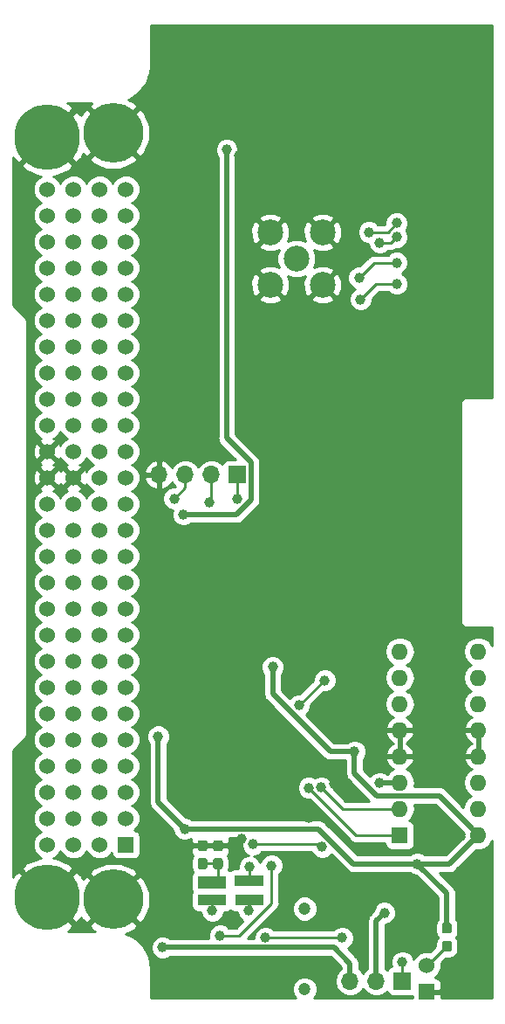
<source format=gtl>
G04 #@! TF.GenerationSoftware,KiCad,Pcbnew,6.0.0-rc1-unknown-ad9916a~66~ubuntu18.04.1*
G04 #@! TF.CreationDate,2018-11-28T14:47:53-03:00*
G04 #@! TF.ProjectId,FOD,464f442e-6b69-4636-9164-5f7063625858,rev?*
G04 #@! TF.SameCoordinates,Original*
G04 #@! TF.FileFunction,Copper,L1,Top*
G04 #@! TF.FilePolarity,Positive*
%FSLAX46Y46*%
G04 Gerber Fmt 4.6, Leading zero omitted, Abs format (unit mm)*
G04 Created by KiCad (PCBNEW 6.0.0-rc1-unknown-ad9916a~66~ubuntu18.04.1) date mié 28 nov 2018 14:47:53 -03*
%MOMM*%
%LPD*%
G01*
G04 APERTURE LIST*
G04 #@! TA.AperFunction,ComponentPad*
%ADD10C,5.800000*%
G04 #@! TD*
G04 #@! TA.AperFunction,ComponentPad*
%ADD11C,1.524000*%
G04 #@! TD*
G04 #@! TA.AperFunction,ComponentPad*
%ADD12R,1.524000X1.524000*%
G04 #@! TD*
G04 #@! TA.AperFunction,ComponentPad*
%ADD13C,6.350000*%
G04 #@! TD*
G04 #@! TA.AperFunction,Conductor*
%ADD14C,0.100000*%
G04 #@! TD*
G04 #@! TA.AperFunction,SMDPad,CuDef*
%ADD15C,0.950000*%
G04 #@! TD*
G04 #@! TA.AperFunction,SMDPad,CuDef*
%ADD16R,2.800000X1.200000*%
G04 #@! TD*
G04 #@! TA.AperFunction,SMDPad,CuDef*
%ADD17R,2.800000X1.000000*%
G04 #@! TD*
G04 #@! TA.AperFunction,SMDPad,CuDef*
%ADD18C,1.000000*%
G04 #@! TD*
G04 #@! TA.AperFunction,ComponentPad*
%ADD19C,2.500000*%
G04 #@! TD*
G04 #@! TA.AperFunction,ComponentPad*
%ADD20R,1.700000X1.700000*%
G04 #@! TD*
G04 #@! TA.AperFunction,ComponentPad*
%ADD21O,1.700000X1.700000*%
G04 #@! TD*
G04 #@! TA.AperFunction,ComponentPad*
%ADD22R,1.600000X1.600000*%
G04 #@! TD*
G04 #@! TA.AperFunction,ComponentPad*
%ADD23O,1.600000X1.600000*%
G04 #@! TD*
G04 #@! TA.AperFunction,ViaPad*
%ADD24C,1.200000*%
G04 #@! TD*
G04 #@! TA.AperFunction,ViaPad*
%ADD25C,1.000000*%
G04 #@! TD*
G04 #@! TA.AperFunction,Conductor*
%ADD26C,0.500000*%
G04 #@! TD*
G04 #@! TA.AperFunction,Conductor*
%ADD27C,0.250000*%
G04 #@! TD*
G04 #@! TA.AperFunction,Conductor*
%ADD28C,0.254000*%
G04 #@! TD*
G04 APERTURE END LIST*
D10*
G04 #@! TO.P,U2,*
G04 #@! TO.N,GND*
X129440001Y-132290001D03*
X129440001Y-57990001D03*
D11*
G04 #@! TO.P,U2,53*
G04 #@! TO.N,Net-(U2-Pad53)*
X125570001Y-126980001D03*
G04 #@! TO.P,U2,54*
G04 #@! TO.N,Net-(U2-Pad54)*
X123030001Y-126980001D03*
G04 #@! TO.P,U2,55*
G04 #@! TO.N,Net-(U2-Pad55)*
X125570001Y-124440001D03*
G04 #@! TO.P,U2,56*
G04 #@! TO.N,Net-(U2-Pad56)*
X123030001Y-124440001D03*
G04 #@! TO.P,U2,57*
G04 #@! TO.N,Net-(U2-Pad57)*
X125570001Y-121900001D03*
G04 #@! TO.P,U2,58*
G04 #@! TO.N,Net-(U2-Pad58)*
X123030001Y-121900001D03*
G04 #@! TO.P,U2,59*
G04 #@! TO.N,Net-(U2-Pad59)*
X125570001Y-119360001D03*
G04 #@! TO.P,U2,60*
G04 #@! TO.N,Net-(U2-Pad60)*
X123030001Y-119360001D03*
G04 #@! TO.P,U2,61*
G04 #@! TO.N,Net-(U2-Pad61)*
X125570001Y-116820001D03*
G04 #@! TO.P,U2,62*
G04 #@! TO.N,Net-(U2-Pad62)*
X123030001Y-116820001D03*
G04 #@! TO.P,U2,63*
G04 #@! TO.N,Net-(U2-Pad63)*
X125570001Y-114280001D03*
G04 #@! TO.P,U2,64*
G04 #@! TO.N,Net-(U2-Pad64)*
X123030001Y-114280001D03*
G04 #@! TO.P,U2,65*
G04 #@! TO.N,Net-(U2-Pad65)*
X125570001Y-111740001D03*
G04 #@! TO.P,U2,66*
G04 #@! TO.N,Net-(U2-Pad66)*
X123030001Y-111740001D03*
G04 #@! TO.P,U2,67*
G04 #@! TO.N,Net-(U2-Pad67)*
X125570001Y-109200001D03*
G04 #@! TO.P,U2,68*
G04 #@! TO.N,Net-(U2-Pad68)*
X123030001Y-109200001D03*
G04 #@! TO.P,U2,69*
G04 #@! TO.N,Net-(U2-Pad69)*
X125570001Y-106660001D03*
G04 #@! TO.P,U2,70*
G04 #@! TO.N,Net-(U2-Pad70)*
X123030001Y-106660001D03*
G04 #@! TO.P,U2,71*
G04 #@! TO.N,Net-(U2-Pad71)*
X125570001Y-104120001D03*
G04 #@! TO.P,U2,72*
G04 #@! TO.N,Net-(U2-Pad72)*
X123030001Y-104120001D03*
G04 #@! TO.P,U2,73*
G04 #@! TO.N,Net-(U2-Pad73)*
X125570001Y-101580001D03*
G04 #@! TO.P,U2,74*
G04 #@! TO.N,Net-(U2-Pad74)*
X123030001Y-101580001D03*
G04 #@! TO.P,U2,75*
G04 #@! TO.N,Net-(U2-Pad75)*
X125570001Y-99040001D03*
G04 #@! TO.P,U2,76*
G04 #@! TO.N,Net-(U2-Pad76)*
X123030001Y-99040001D03*
G04 #@! TO.P,U2,77*
G04 #@! TO.N,/VIN*
X125570001Y-96500001D03*
G04 #@! TO.P,U2,78*
X123030001Y-96500001D03*
G04 #@! TO.P,U2,79*
G04 #@! TO.N,Net-(U2-Pad79)*
X125570001Y-93960001D03*
G04 #@! TO.P,U2,80*
G04 #@! TO.N,Net-(U2-Pad80)*
X123030001Y-93960001D03*
G04 #@! TO.P,U2,81*
G04 #@! TO.N,GND*
X125570001Y-91420001D03*
G04 #@! TO.P,U2,82*
X123030001Y-91420001D03*
G04 #@! TO.P,U2,83*
G04 #@! TO.N,Net-(U2-Pad83)*
X125570001Y-88880001D03*
G04 #@! TO.P,U2,84*
G04 #@! TO.N,GND*
X123030001Y-88880001D03*
G04 #@! TO.P,U2,85*
G04 #@! TO.N,Net-(U2-Pad85)*
X125570001Y-86340001D03*
G04 #@! TO.P,U2,86*
G04 #@! TO.N,Net-(U2-Pad86)*
X123030001Y-86340001D03*
G04 #@! TO.P,U2,87*
G04 #@! TO.N,Net-(U2-Pad87)*
X125570001Y-83800001D03*
G04 #@! TO.P,U2,88*
G04 #@! TO.N,Net-(U2-Pad88)*
X123030001Y-83800001D03*
G04 #@! TO.P,U2,89*
G04 #@! TO.N,Net-(U2-Pad89)*
X125570001Y-81260001D03*
G04 #@! TO.P,U2,90*
G04 #@! TO.N,Net-(U2-Pad90)*
X123030001Y-81260001D03*
G04 #@! TO.P,U2,91*
G04 #@! TO.N,Net-(U2-Pad91)*
X125570001Y-78720001D03*
G04 #@! TO.P,U2,92*
G04 #@! TO.N,Net-(U2-Pad92)*
X123030001Y-78720001D03*
G04 #@! TO.P,U2,93*
G04 #@! TO.N,Net-(U2-Pad93)*
X125570001Y-76180001D03*
G04 #@! TO.P,U2,94*
G04 #@! TO.N,Net-(U2-Pad94)*
X123030001Y-76180001D03*
G04 #@! TO.P,U2,95*
G04 #@! TO.N,Net-(U2-Pad95)*
X125570001Y-73640001D03*
G04 #@! TO.P,U2,96*
G04 #@! TO.N,Net-(U2-Pad96)*
X123030001Y-73640001D03*
G04 #@! TO.P,U2,97*
G04 #@! TO.N,Net-(U2-Pad97)*
X125570001Y-71100001D03*
G04 #@! TO.P,U2,98*
G04 #@! TO.N,Net-(U2-Pad98)*
X123030001Y-71100001D03*
G04 #@! TO.P,U2,99*
G04 #@! TO.N,Net-(U2-Pad99)*
X125570001Y-68560001D03*
G04 #@! TO.P,U2,100*
G04 #@! TO.N,Net-(U2-Pad100)*
X123030001Y-68560001D03*
G04 #@! TO.P,U2,101*
G04 #@! TO.N,Net-(U2-Pad101)*
X125570001Y-66020001D03*
G04 #@! TO.P,U2,102*
G04 #@! TO.N,Net-(U2-Pad102)*
X123030001Y-66020001D03*
G04 #@! TO.P,U2,103*
G04 #@! TO.N,Net-(U2-Pad103)*
X125570001Y-63480001D03*
G04 #@! TO.P,U2,104*
G04 #@! TO.N,Net-(U2-Pad104)*
X123030001Y-63480001D03*
D12*
G04 #@! TO.P,U2,1*
G04 #@! TO.N,Net-(U2-Pad1)*
X130650001Y-126980001D03*
D11*
G04 #@! TO.P,U2,2*
G04 #@! TO.N,Net-(U2-Pad2)*
X128110001Y-126980001D03*
G04 #@! TO.P,U2,3*
G04 #@! TO.N,Net-(U2-Pad3)*
X130650001Y-124440001D03*
G04 #@! TO.P,U2,4*
G04 #@! TO.N,Net-(U2-Pad4)*
X128110001Y-124440001D03*
G04 #@! TO.P,U2,5*
G04 #@! TO.N,Net-(U2-Pad5)*
X130650001Y-121900001D03*
G04 #@! TO.P,U2,6*
G04 #@! TO.N,Net-(U2-Pad6)*
X128110001Y-121900001D03*
G04 #@! TO.P,U2,7*
G04 #@! TO.N,Net-(U2-Pad7)*
X130650001Y-119360001D03*
G04 #@! TO.P,U2,8*
G04 #@! TO.N,Net-(U2-Pad8)*
X128110001Y-119360001D03*
G04 #@! TO.P,U2,9*
G04 #@! TO.N,Net-(U2-Pad9)*
X130650001Y-116820001D03*
G04 #@! TO.P,U2,10*
G04 #@! TO.N,Net-(U2-Pad10)*
X128110001Y-116820001D03*
G04 #@! TO.P,U2,11*
G04 #@! TO.N,Net-(U2-Pad11)*
X130650001Y-114280001D03*
G04 #@! TO.P,U2,12*
G04 #@! TO.N,Net-(U2-Pad12)*
X128110001Y-114280001D03*
G04 #@! TO.P,U2,13*
G04 #@! TO.N,Net-(U2-Pad13)*
X130650001Y-111740001D03*
G04 #@! TO.P,U2,14*
G04 #@! TO.N,Net-(U2-Pad14)*
X128110001Y-111740001D03*
G04 #@! TO.P,U2,15*
G04 #@! TO.N,Net-(U2-Pad15)*
X130650001Y-109200001D03*
G04 #@! TO.P,U2,16*
G04 #@! TO.N,Net-(U2-Pad16)*
X128110001Y-109200001D03*
G04 #@! TO.P,U2,17*
G04 #@! TO.N,Net-(U2-Pad17)*
X130650001Y-106660001D03*
G04 #@! TO.P,U2,18*
G04 #@! TO.N,Net-(U2-Pad18)*
X128110001Y-106660001D03*
G04 #@! TO.P,U2,19*
G04 #@! TO.N,Net-(U2-Pad19)*
X130650001Y-104120001D03*
G04 #@! TO.P,U2,20*
G04 #@! TO.N,Net-(U2-Pad20)*
X128110001Y-104120001D03*
G04 #@! TO.P,U2,21*
G04 #@! TO.N,Net-(U2-Pad21)*
X130650001Y-101580001D03*
G04 #@! TO.P,U2,22*
G04 #@! TO.N,Net-(U2-Pad22)*
X128110001Y-101580001D03*
G04 #@! TO.P,U2,23*
G04 #@! TO.N,Net-(U2-Pad23)*
X130650001Y-99040001D03*
G04 #@! TO.P,U2,24*
G04 #@! TO.N,Net-(U2-Pad24)*
X128110001Y-99040001D03*
G04 #@! TO.P,U2,25*
G04 #@! TO.N,Net-(U2-Pad25)*
X130650001Y-96500001D03*
G04 #@! TO.P,U2,26*
G04 #@! TO.N,Net-(U2-Pad26)*
X128110001Y-96500001D03*
G04 #@! TO.P,U2,27*
G04 #@! TO.N,Net-(U2-Pad27)*
X130650001Y-93960001D03*
G04 #@! TO.P,U2,28*
G04 #@! TO.N,Net-(U2-Pad28)*
X128110001Y-93960001D03*
G04 #@! TO.P,U2,29*
G04 #@! TO.N,Net-(U2-Pad29)*
X130650001Y-91420001D03*
G04 #@! TO.P,U2,30*
G04 #@! TO.N,Net-(U2-Pad30)*
X128110001Y-91420001D03*
G04 #@! TO.P,U2,31*
G04 #@! TO.N,Net-(U2-Pad31)*
X130650001Y-88880001D03*
G04 #@! TO.P,U2,32*
G04 #@! TO.N,Net-(U2-Pad32)*
X128110001Y-88880001D03*
G04 #@! TO.P,U2,33*
G04 #@! TO.N,Net-(U2-Pad33)*
X130650001Y-86340001D03*
G04 #@! TO.P,U2,34*
G04 #@! TO.N,Net-(U2-Pad34)*
X128110001Y-86340001D03*
G04 #@! TO.P,U2,35*
G04 #@! TO.N,Net-(U2-Pad35)*
X130650001Y-83800001D03*
G04 #@! TO.P,U2,36*
G04 #@! TO.N,Net-(U2-Pad36)*
X128110001Y-83800001D03*
G04 #@! TO.P,U2,37*
G04 #@! TO.N,Net-(U2-Pad37)*
X130650001Y-81260001D03*
G04 #@! TO.P,U2,38*
G04 #@! TO.N,Net-(U2-Pad38)*
X128110001Y-81260001D03*
G04 #@! TO.P,U2,39*
G04 #@! TO.N,Net-(U2-Pad39)*
X130650001Y-78720001D03*
G04 #@! TO.P,U2,40*
G04 #@! TO.N,Net-(U2-Pad40)*
X128110001Y-78720001D03*
G04 #@! TO.P,U2,41*
G04 #@! TO.N,/SDA*
X130650001Y-76180001D03*
G04 #@! TO.P,U2,42*
G04 #@! TO.N,Net-(U2-Pad42)*
X128110001Y-76180001D03*
G04 #@! TO.P,U2,43*
G04 #@! TO.N,/SCL*
X130650001Y-73640001D03*
G04 #@! TO.P,U2,44*
G04 #@! TO.N,Net-(U2-Pad44)*
X128110001Y-73640001D03*
G04 #@! TO.P,U2,45*
G04 #@! TO.N,Net-(U2-Pad45)*
X130650001Y-71100001D03*
G04 #@! TO.P,U2,46*
G04 #@! TO.N,Net-(U2-Pad46)*
X128110001Y-71100001D03*
G04 #@! TO.P,U2,47*
G04 #@! TO.N,Net-(U2-Pad47)*
X130650001Y-68560001D03*
G04 #@! TO.P,U2,48*
G04 #@! TO.N,Net-(U2-Pad48)*
X128110001Y-68560001D03*
G04 #@! TO.P,U2,49*
G04 #@! TO.N,Net-(U2-Pad49)*
X130650001Y-66020001D03*
G04 #@! TO.P,U2,50*
G04 #@! TO.N,Net-(U2-Pad50)*
X128110001Y-66020001D03*
G04 #@! TO.P,U2,51*
G04 #@! TO.N,Net-(U2-Pad51)*
X130650001Y-63480001D03*
G04 #@! TO.P,U2,52*
G04 #@! TO.N,Net-(U2-Pad52)*
X128110001Y-63480001D03*
D13*
G04 #@! TO.P,U2,*
G04 #@! TO.N,GND*
X123050001Y-58400001D03*
X123050001Y-132060001D03*
G04 #@! TD*
D14*
G04 #@! TO.N,GND*
G04 #@! TO.C,C6*
G36*
X138360779Y-126551144D02*
X138383834Y-126554563D01*
X138406443Y-126560227D01*
X138428387Y-126568079D01*
X138449457Y-126578044D01*
X138469448Y-126590026D01*
X138488168Y-126603910D01*
X138505438Y-126619562D01*
X138521090Y-126636832D01*
X138534974Y-126655552D01*
X138546956Y-126675543D01*
X138556921Y-126696613D01*
X138564773Y-126718557D01*
X138570437Y-126741166D01*
X138573856Y-126764221D01*
X138575000Y-126787500D01*
X138575000Y-127362500D01*
X138573856Y-127385779D01*
X138570437Y-127408834D01*
X138564773Y-127431443D01*
X138556921Y-127453387D01*
X138546956Y-127474457D01*
X138534974Y-127494448D01*
X138521090Y-127513168D01*
X138505438Y-127530438D01*
X138488168Y-127546090D01*
X138469448Y-127559974D01*
X138449457Y-127571956D01*
X138428387Y-127581921D01*
X138406443Y-127589773D01*
X138383834Y-127595437D01*
X138360779Y-127598856D01*
X138337500Y-127600000D01*
X137862500Y-127600000D01*
X137839221Y-127598856D01*
X137816166Y-127595437D01*
X137793557Y-127589773D01*
X137771613Y-127581921D01*
X137750543Y-127571956D01*
X137730552Y-127559974D01*
X137711832Y-127546090D01*
X137694562Y-127530438D01*
X137678910Y-127513168D01*
X137665026Y-127494448D01*
X137653044Y-127474457D01*
X137643079Y-127453387D01*
X137635227Y-127431443D01*
X137629563Y-127408834D01*
X137626144Y-127385779D01*
X137625000Y-127362500D01*
X137625000Y-126787500D01*
X137626144Y-126764221D01*
X137629563Y-126741166D01*
X137635227Y-126718557D01*
X137643079Y-126696613D01*
X137653044Y-126675543D01*
X137665026Y-126655552D01*
X137678910Y-126636832D01*
X137694562Y-126619562D01*
X137711832Y-126603910D01*
X137730552Y-126590026D01*
X137750543Y-126578044D01*
X137771613Y-126568079D01*
X137793557Y-126560227D01*
X137816166Y-126554563D01*
X137839221Y-126551144D01*
X137862500Y-126550000D01*
X138337500Y-126550000D01*
X138360779Y-126551144D01*
X138360779Y-126551144D01*
G37*
D15*
G04 #@! TD*
G04 #@! TO.P,C6,2*
G04 #@! TO.N,GND*
X138100000Y-127075000D03*
D14*
G04 #@! TO.N,Net-(C6-Pad1)*
G04 #@! TO.C,C6*
G36*
X138360779Y-128301144D02*
X138383834Y-128304563D01*
X138406443Y-128310227D01*
X138428387Y-128318079D01*
X138449457Y-128328044D01*
X138469448Y-128340026D01*
X138488168Y-128353910D01*
X138505438Y-128369562D01*
X138521090Y-128386832D01*
X138534974Y-128405552D01*
X138546956Y-128425543D01*
X138556921Y-128446613D01*
X138564773Y-128468557D01*
X138570437Y-128491166D01*
X138573856Y-128514221D01*
X138575000Y-128537500D01*
X138575000Y-129112500D01*
X138573856Y-129135779D01*
X138570437Y-129158834D01*
X138564773Y-129181443D01*
X138556921Y-129203387D01*
X138546956Y-129224457D01*
X138534974Y-129244448D01*
X138521090Y-129263168D01*
X138505438Y-129280438D01*
X138488168Y-129296090D01*
X138469448Y-129309974D01*
X138449457Y-129321956D01*
X138428387Y-129331921D01*
X138406443Y-129339773D01*
X138383834Y-129345437D01*
X138360779Y-129348856D01*
X138337500Y-129350000D01*
X137862500Y-129350000D01*
X137839221Y-129348856D01*
X137816166Y-129345437D01*
X137793557Y-129339773D01*
X137771613Y-129331921D01*
X137750543Y-129321956D01*
X137730552Y-129309974D01*
X137711832Y-129296090D01*
X137694562Y-129280438D01*
X137678910Y-129263168D01*
X137665026Y-129244448D01*
X137653044Y-129224457D01*
X137643079Y-129203387D01*
X137635227Y-129181443D01*
X137629563Y-129158834D01*
X137626144Y-129135779D01*
X137625000Y-129112500D01*
X137625000Y-128537500D01*
X137626144Y-128514221D01*
X137629563Y-128491166D01*
X137635227Y-128468557D01*
X137643079Y-128446613D01*
X137653044Y-128425543D01*
X137665026Y-128405552D01*
X137678910Y-128386832D01*
X137694562Y-128369562D01*
X137711832Y-128353910D01*
X137730552Y-128340026D01*
X137750543Y-128328044D01*
X137771613Y-128318079D01*
X137793557Y-128310227D01*
X137816166Y-128304563D01*
X137839221Y-128301144D01*
X137862500Y-128300000D01*
X138337500Y-128300000D01*
X138360779Y-128301144D01*
X138360779Y-128301144D01*
G37*
D15*
G04 #@! TD*
G04 #@! TO.P,C6,1*
G04 #@! TO.N,Net-(C6-Pad1)*
X138100000Y-128825000D03*
D16*
G04 #@! TO.P,D1,1*
G04 #@! TO.N,Net-(C6-Pad1)*
X139025000Y-130630000D03*
D17*
G04 #@! TO.P,D1,2*
G04 #@! TO.N,/USB_P*
X139025000Y-132350000D03*
G04 #@! TO.P,D1,3*
G04 #@! TO.N,/USB_N*
X142625000Y-132350000D03*
D18*
G04 #@! TO.P,D1,4*
G04 #@! TO.N,/VBUS*
X142625000Y-130450000D03*
D14*
G04 #@! TD*
G04 #@! TO.N,/VBUS*
G04 #@! TO.C,D1*
G36*
X141225000Y-129950000D02*
X144025000Y-129950000D01*
X144025000Y-130950000D01*
X141225000Y-130950000D01*
X141225000Y-129950000D01*
X141225000Y-129950000D01*
G37*
D19*
G04 #@! TO.P,J3,2*
G04 #@! TO.N,GND*
X144660000Y-72740000D03*
G04 #@! TO.P,J3,3*
X149740000Y-72740000D03*
G04 #@! TO.P,J3,5*
X144660000Y-67660000D03*
G04 #@! TO.P,J3,4*
X149740000Y-67660000D03*
G04 #@! TO.P,J3,1*
G04 #@! TO.N,/Communication/ANT*
X147200000Y-70200000D03*
G04 #@! TD*
D20*
G04 #@! TO.P,JP1,1*
G04 #@! TO.N,/VBUS*
X157506000Y-140200000D03*
D21*
G04 #@! TO.P,JP1,2*
G04 #@! TO.N,/5V0*
X154966000Y-140200000D03*
G04 #@! TO.P,JP1,3*
G04 #@! TO.N,/VIN*
X152426000Y-140200000D03*
G04 #@! TD*
D20*
G04 #@! TO.P,J2,1*
G04 #@! TO.N,/SWDIO*
X141500000Y-91150000D03*
D21*
G04 #@! TO.P,J2,2*
G04 #@! TO.N,/SWCLK*
X138960000Y-91150000D03*
G04 #@! TO.P,J2,3*
G04 #@! TO.N,/RESET*
X136420000Y-91150000D03*
G04 #@! TO.P,J2,4*
G04 #@! TO.N,GND*
X133880000Y-91150000D03*
G04 #@! TD*
D14*
G04 #@! TO.N,Net-(C6-Pad1)*
G04 #@! TO.C,R2*
G36*
X139860779Y-128301144D02*
X139883834Y-128304563D01*
X139906443Y-128310227D01*
X139928387Y-128318079D01*
X139949457Y-128328044D01*
X139969448Y-128340026D01*
X139988168Y-128353910D01*
X140005438Y-128369562D01*
X140021090Y-128386832D01*
X140034974Y-128405552D01*
X140046956Y-128425543D01*
X140056921Y-128446613D01*
X140064773Y-128468557D01*
X140070437Y-128491166D01*
X140073856Y-128514221D01*
X140075000Y-128537500D01*
X140075000Y-129112500D01*
X140073856Y-129135779D01*
X140070437Y-129158834D01*
X140064773Y-129181443D01*
X140056921Y-129203387D01*
X140046956Y-129224457D01*
X140034974Y-129244448D01*
X140021090Y-129263168D01*
X140005438Y-129280438D01*
X139988168Y-129296090D01*
X139969448Y-129309974D01*
X139949457Y-129321956D01*
X139928387Y-129331921D01*
X139906443Y-129339773D01*
X139883834Y-129345437D01*
X139860779Y-129348856D01*
X139837500Y-129350000D01*
X139362500Y-129350000D01*
X139339221Y-129348856D01*
X139316166Y-129345437D01*
X139293557Y-129339773D01*
X139271613Y-129331921D01*
X139250543Y-129321956D01*
X139230552Y-129309974D01*
X139211832Y-129296090D01*
X139194562Y-129280438D01*
X139178910Y-129263168D01*
X139165026Y-129244448D01*
X139153044Y-129224457D01*
X139143079Y-129203387D01*
X139135227Y-129181443D01*
X139129563Y-129158834D01*
X139126144Y-129135779D01*
X139125000Y-129112500D01*
X139125000Y-128537500D01*
X139126144Y-128514221D01*
X139129563Y-128491166D01*
X139135227Y-128468557D01*
X139143079Y-128446613D01*
X139153044Y-128425543D01*
X139165026Y-128405552D01*
X139178910Y-128386832D01*
X139194562Y-128369562D01*
X139211832Y-128353910D01*
X139230552Y-128340026D01*
X139250543Y-128328044D01*
X139271613Y-128318079D01*
X139293557Y-128310227D01*
X139316166Y-128304563D01*
X139339221Y-128301144D01*
X139362500Y-128300000D01*
X139837500Y-128300000D01*
X139860779Y-128301144D01*
X139860779Y-128301144D01*
G37*
D15*
G04 #@! TD*
G04 #@! TO.P,R2,1*
G04 #@! TO.N,Net-(C6-Pad1)*
X139600000Y-128825000D03*
D14*
G04 #@! TO.N,GND*
G04 #@! TO.C,R2*
G36*
X139860779Y-126551144D02*
X139883834Y-126554563D01*
X139906443Y-126560227D01*
X139928387Y-126568079D01*
X139949457Y-126578044D01*
X139969448Y-126590026D01*
X139988168Y-126603910D01*
X140005438Y-126619562D01*
X140021090Y-126636832D01*
X140034974Y-126655552D01*
X140046956Y-126675543D01*
X140056921Y-126696613D01*
X140064773Y-126718557D01*
X140070437Y-126741166D01*
X140073856Y-126764221D01*
X140075000Y-126787500D01*
X140075000Y-127362500D01*
X140073856Y-127385779D01*
X140070437Y-127408834D01*
X140064773Y-127431443D01*
X140056921Y-127453387D01*
X140046956Y-127474457D01*
X140034974Y-127494448D01*
X140021090Y-127513168D01*
X140005438Y-127530438D01*
X139988168Y-127546090D01*
X139969448Y-127559974D01*
X139949457Y-127571956D01*
X139928387Y-127581921D01*
X139906443Y-127589773D01*
X139883834Y-127595437D01*
X139860779Y-127598856D01*
X139837500Y-127600000D01*
X139362500Y-127600000D01*
X139339221Y-127598856D01*
X139316166Y-127595437D01*
X139293557Y-127589773D01*
X139271613Y-127581921D01*
X139250543Y-127571956D01*
X139230552Y-127559974D01*
X139211832Y-127546090D01*
X139194562Y-127530438D01*
X139178910Y-127513168D01*
X139165026Y-127494448D01*
X139153044Y-127474457D01*
X139143079Y-127453387D01*
X139135227Y-127431443D01*
X139129563Y-127408834D01*
X139126144Y-127385779D01*
X139125000Y-127362500D01*
X139125000Y-126787500D01*
X139126144Y-126764221D01*
X139129563Y-126741166D01*
X139135227Y-126718557D01*
X139143079Y-126696613D01*
X139153044Y-126675543D01*
X139165026Y-126655552D01*
X139178910Y-126636832D01*
X139194562Y-126619562D01*
X139211832Y-126603910D01*
X139230552Y-126590026D01*
X139250543Y-126578044D01*
X139271613Y-126568079D01*
X139293557Y-126560227D01*
X139316166Y-126554563D01*
X139339221Y-126551144D01*
X139362500Y-126550000D01*
X139837500Y-126550000D01*
X139860779Y-126551144D01*
X139860779Y-126551144D01*
G37*
D15*
G04 #@! TD*
G04 #@! TO.P,R2,2*
G04 #@! TO.N,GND*
X139600000Y-127075000D03*
D22*
G04 #@! TO.P,U3,1*
G04 #@! TO.N,/DPL_EN*
X157250000Y-126050000D03*
D23*
G04 #@! TO.P,U3,9*
G04 #@! TO.N,Net-(U3-Pad9)*
X164870000Y-108270000D03*
G04 #@! TO.P,U3,2*
G04 #@! TO.N,/DPL_SIG*
X157250000Y-123510000D03*
G04 #@! TO.P,U3,10*
G04 #@! TO.N,Net-(U3-Pad10)*
X164870000Y-110810000D03*
G04 #@! TO.P,U3,3*
G04 #@! TO.N,/Deploy/DPL_OUT*
X157250000Y-120970000D03*
G04 #@! TO.P,U3,11*
G04 #@! TO.N,Net-(U3-Pad11)*
X164870000Y-113350000D03*
G04 #@! TO.P,U3,4*
G04 #@! TO.N,GND*
X157250000Y-118430000D03*
G04 #@! TO.P,U3,12*
X164870000Y-115890000D03*
G04 #@! TO.P,U3,5*
X157250000Y-115890000D03*
G04 #@! TO.P,U3,13*
X164870000Y-118430000D03*
G04 #@! TO.P,U3,6*
G04 #@! TO.N,Net-(U3-Pad6)*
X157250000Y-113350000D03*
G04 #@! TO.P,U3,14*
G04 #@! TO.N,Net-(U3-Pad14)*
X164870000Y-120970000D03*
G04 #@! TO.P,U3,7*
G04 #@! TO.N,Net-(U3-Pad7)*
X157250000Y-110810000D03*
G04 #@! TO.P,U3,15*
G04 #@! TO.N,Net-(U3-Pad15)*
X164870000Y-123510000D03*
G04 #@! TO.P,U3,8*
G04 #@! TO.N,Net-(U3-Pad8)*
X157250000Y-108270000D03*
G04 #@! TO.P,U3,16*
G04 #@! TO.N,/3V3*
X164870000Y-126050000D03*
G04 #@! TD*
D14*
G04 #@! TO.N,/Deploy/DPL_STA*
G04 #@! TO.C,R4*
G36*
X162060779Y-136301144D02*
X162083834Y-136304563D01*
X162106443Y-136310227D01*
X162128387Y-136318079D01*
X162149457Y-136328044D01*
X162169448Y-136340026D01*
X162188168Y-136353910D01*
X162205438Y-136369562D01*
X162221090Y-136386832D01*
X162234974Y-136405552D01*
X162246956Y-136425543D01*
X162256921Y-136446613D01*
X162264773Y-136468557D01*
X162270437Y-136491166D01*
X162273856Y-136514221D01*
X162275000Y-136537500D01*
X162275000Y-137112500D01*
X162273856Y-137135779D01*
X162270437Y-137158834D01*
X162264773Y-137181443D01*
X162256921Y-137203387D01*
X162246956Y-137224457D01*
X162234974Y-137244448D01*
X162221090Y-137263168D01*
X162205438Y-137280438D01*
X162188168Y-137296090D01*
X162169448Y-137309974D01*
X162149457Y-137321956D01*
X162128387Y-137331921D01*
X162106443Y-137339773D01*
X162083834Y-137345437D01*
X162060779Y-137348856D01*
X162037500Y-137350000D01*
X161562500Y-137350000D01*
X161539221Y-137348856D01*
X161516166Y-137345437D01*
X161493557Y-137339773D01*
X161471613Y-137331921D01*
X161450543Y-137321956D01*
X161430552Y-137309974D01*
X161411832Y-137296090D01*
X161394562Y-137280438D01*
X161378910Y-137263168D01*
X161365026Y-137244448D01*
X161353044Y-137224457D01*
X161343079Y-137203387D01*
X161335227Y-137181443D01*
X161329563Y-137158834D01*
X161326144Y-137135779D01*
X161325000Y-137112500D01*
X161325000Y-136537500D01*
X161326144Y-136514221D01*
X161329563Y-136491166D01*
X161335227Y-136468557D01*
X161343079Y-136446613D01*
X161353044Y-136425543D01*
X161365026Y-136405552D01*
X161378910Y-136386832D01*
X161394562Y-136369562D01*
X161411832Y-136353910D01*
X161430552Y-136340026D01*
X161450543Y-136328044D01*
X161471613Y-136318079D01*
X161493557Y-136310227D01*
X161516166Y-136304563D01*
X161539221Y-136301144D01*
X161562500Y-136300000D01*
X162037500Y-136300000D01*
X162060779Y-136301144D01*
X162060779Y-136301144D01*
G37*
D15*
G04 #@! TD*
G04 #@! TO.P,R4,1*
G04 #@! TO.N,/Deploy/DPL_STA*
X161800000Y-136825000D03*
D14*
G04 #@! TO.N,/3V3*
G04 #@! TO.C,R4*
G36*
X162060779Y-134551144D02*
X162083834Y-134554563D01*
X162106443Y-134560227D01*
X162128387Y-134568079D01*
X162149457Y-134578044D01*
X162169448Y-134590026D01*
X162188168Y-134603910D01*
X162205438Y-134619562D01*
X162221090Y-134636832D01*
X162234974Y-134655552D01*
X162246956Y-134675543D01*
X162256921Y-134696613D01*
X162264773Y-134718557D01*
X162270437Y-134741166D01*
X162273856Y-134764221D01*
X162275000Y-134787500D01*
X162275000Y-135362500D01*
X162273856Y-135385779D01*
X162270437Y-135408834D01*
X162264773Y-135431443D01*
X162256921Y-135453387D01*
X162246956Y-135474457D01*
X162234974Y-135494448D01*
X162221090Y-135513168D01*
X162205438Y-135530438D01*
X162188168Y-135546090D01*
X162169448Y-135559974D01*
X162149457Y-135571956D01*
X162128387Y-135581921D01*
X162106443Y-135589773D01*
X162083834Y-135595437D01*
X162060779Y-135598856D01*
X162037500Y-135600000D01*
X161562500Y-135600000D01*
X161539221Y-135598856D01*
X161516166Y-135595437D01*
X161493557Y-135589773D01*
X161471613Y-135581921D01*
X161450543Y-135571956D01*
X161430552Y-135559974D01*
X161411832Y-135546090D01*
X161394562Y-135530438D01*
X161378910Y-135513168D01*
X161365026Y-135494448D01*
X161353044Y-135474457D01*
X161343079Y-135453387D01*
X161335227Y-135431443D01*
X161329563Y-135408834D01*
X161326144Y-135385779D01*
X161325000Y-135362500D01*
X161325000Y-134787500D01*
X161326144Y-134764221D01*
X161329563Y-134741166D01*
X161335227Y-134718557D01*
X161343079Y-134696613D01*
X161353044Y-134675543D01*
X161365026Y-134655552D01*
X161378910Y-134636832D01*
X161394562Y-134619562D01*
X161411832Y-134603910D01*
X161430552Y-134590026D01*
X161450543Y-134578044D01*
X161471613Y-134568079D01*
X161493557Y-134560227D01*
X161516166Y-134554563D01*
X161539221Y-134551144D01*
X161562500Y-134550000D01*
X162037500Y-134550000D01*
X162060779Y-134551144D01*
X162060779Y-134551144D01*
G37*
D15*
G04 #@! TD*
G04 #@! TO.P,R4,2*
G04 #@! TO.N,/3V3*
X161800000Y-135075000D03*
D12*
G04 #@! TO.P,U5,1*
G04 #@! TO.N,GND*
X159856000Y-141240000D03*
D11*
G04 #@! TO.P,U5,2*
G04 #@! TO.N,/Deploy/DPL_STA*
X159856000Y-138700000D03*
G04 #@! TD*
D24*
G04 #@! TO.N,*
X148000000Y-133190000D03*
X148000000Y-140990000D03*
D25*
G04 #@! TO.N,/3V3*
X152850000Y-117950000D03*
X136250000Y-95000000D03*
X140450000Y-59650000D03*
X133800000Y-116500000D03*
X136350000Y-125450000D03*
X158950000Y-128850000D03*
X144900000Y-109750000D03*
G04 #@! TO.N,GND*
X135400000Y-138650000D03*
X133850000Y-93750000D03*
X136850000Y-127050000D03*
X141650000Y-60200000D03*
X142900000Y-61450000D03*
X148450000Y-124400000D03*
X141850000Y-126400000D03*
X164200000Y-66750000D03*
X145850000Y-141050000D03*
X144750000Y-134500000D03*
X150900000Y-121050000D03*
X138450000Y-107700000D03*
X139400000Y-108550000D03*
X144800000Y-62600000D03*
X158900000Y-134850000D03*
X154500000Y-133100000D03*
X152800000Y-130200000D03*
X136150000Y-120200000D03*
G04 #@! TO.N,/5V0*
X155750000Y-133600000D03*
G04 #@! TO.N,/USB_P*
X139050000Y-133400000D03*
G04 #@! TO.N,/USB_N*
X142600000Y-133400000D03*
G04 #@! TO.N,/VBUS*
X142650000Y-129150000D03*
X144200000Y-136000000D03*
X151650000Y-136000000D03*
X157500000Y-138350000D03*
G04 #@! TO.N,/USB/ID*
X139800000Y-135800000D03*
X144800000Y-129000000D03*
G04 #@! TO.N,/SWDIO*
X141500000Y-93500000D03*
G04 #@! TO.N,/SWCLK*
X138750000Y-93850000D03*
G04 #@! TO.N,/RESET*
X135350000Y-93450000D03*
G04 #@! TO.N,/VIN*
X134200000Y-136950000D03*
G04 #@! TO.N,/MOSI*
X154248539Y-67621696D03*
X156949999Y-66750000D03*
G04 #@! TO.N,/SCK*
X155299999Y-68650000D03*
X156950000Y-68100000D03*
G04 #@! TO.N,/MISO*
X143000000Y-126950000D03*
X149700000Y-127200000D03*
G04 #@! TO.N,/TRX_NSS*
X153300000Y-72050000D03*
X156949999Y-70600000D03*
G04 #@! TO.N,/TRX_RST*
X153423539Y-74150000D03*
X156949999Y-72650000D03*
G04 #@! TO.N,/TRX_INT*
X147450000Y-113500000D03*
X149950000Y-111050000D03*
G04 #@! TO.N,/DPL_EN*
X148413083Y-121486917D03*
G04 #@! TO.N,/DPL_SIG*
X149612453Y-121447973D03*
G04 #@! TO.N,/Deploy/DPL_OUT*
X155300000Y-121000000D03*
G04 #@! TD*
D26*
G04 #@! TO.N,/3V3*
X164070001Y-125250001D02*
X164870000Y-126050000D01*
X161079999Y-122259999D02*
X164070001Y-125250001D01*
X152850000Y-120056002D02*
X155053997Y-122259999D01*
X155053997Y-122259999D02*
X161079999Y-122259999D01*
X152850000Y-117950000D02*
X152850000Y-120056002D01*
X140450000Y-87589998D02*
X140450000Y-59650000D01*
X142800001Y-89939999D02*
X140450000Y-87589998D01*
X142800001Y-93606001D02*
X142800001Y-89939999D01*
X136250000Y-95000000D02*
X141406002Y-95000000D01*
X141406002Y-95000000D02*
X142800001Y-93606001D01*
X133800000Y-122900000D02*
X136350000Y-125450000D01*
X133800000Y-116500000D02*
X133800000Y-122900000D01*
X162070000Y-128850000D02*
X158950000Y-128850000D01*
X164870000Y-126050000D02*
X162070000Y-128850000D01*
X137057106Y-125450000D02*
X136350000Y-125450000D01*
X149356002Y-125450000D02*
X137057106Y-125450000D01*
X152756002Y-128850000D02*
X149356002Y-125450000D01*
X158950000Y-128850000D02*
X152756002Y-128850000D01*
X152142894Y-117950000D02*
X152850000Y-117950000D01*
X150493998Y-117950000D02*
X152142894Y-117950000D01*
X144900000Y-112356002D02*
X150493998Y-117950000D01*
X144900000Y-109750000D02*
X144900000Y-112356002D01*
X161800000Y-131700000D02*
X158950000Y-128850000D01*
X161800000Y-135075000D02*
X161800000Y-131700000D01*
D27*
G04 #@! TO.N,GND*
X133850000Y-91180000D02*
X133880000Y-91150000D01*
X133850000Y-93750000D02*
X133850000Y-91180000D01*
X138100000Y-127075000D02*
X139600000Y-127075000D01*
X138100000Y-127075000D02*
X136875000Y-127075000D01*
X136875000Y-127075000D02*
X136850000Y-127050000D01*
D26*
X139600000Y-127075000D02*
X141175000Y-127075000D01*
X141175000Y-127075000D02*
X141850000Y-126400000D01*
D27*
G04 #@! TO.N,Net-(C6-Pad1)*
X138100000Y-128825000D02*
X139600000Y-128825000D01*
X139600000Y-130055000D02*
X139025000Y-130630000D01*
X139600000Y-128825000D02*
X139600000Y-130055000D01*
D26*
G04 #@! TO.N,/5V0*
X154966000Y-140200000D02*
X154966000Y-134384000D01*
X154966000Y-134384000D02*
X155750000Y-133600000D01*
D27*
G04 #@! TO.N,/USB_P*
X139025000Y-132350000D02*
X139025000Y-133375000D01*
X139025000Y-133375000D02*
X139050000Y-133400000D01*
G04 #@! TO.N,/USB_N*
X142625000Y-132350000D02*
X142625000Y-133375000D01*
X142625000Y-133375000D02*
X142600000Y-133400000D01*
G04 #@! TO.N,/VBUS*
X142650000Y-130425000D02*
X142625000Y-130450000D01*
X142650000Y-129150000D02*
X142650000Y-130425000D01*
X144200000Y-136000000D02*
X151650000Y-136000000D01*
X157506000Y-140200000D02*
X157506000Y-138356000D01*
X157506000Y-138356000D02*
X157500000Y-138350000D01*
G04 #@! TO.N,/USB/ID*
X144800000Y-132660002D02*
X144800000Y-129000000D01*
X139800000Y-135800000D02*
X141660002Y-135800000D01*
X141660002Y-135800000D02*
X144800000Y-132660002D01*
G04 #@! TO.N,/SWDIO*
X141500000Y-93500000D02*
X141500000Y-91150000D01*
G04 #@! TO.N,/SWCLK*
X138960000Y-93640000D02*
X138750000Y-93850000D01*
X138960000Y-91150000D02*
X138960000Y-93640000D01*
G04 #@! TO.N,/RESET*
X136420000Y-92380000D02*
X136420000Y-91150000D01*
X135350000Y-93450000D02*
X136420000Y-92380000D01*
D26*
G04 #@! TO.N,/VIN*
X134200000Y-136950000D02*
X150870000Y-136950000D01*
X152426000Y-138506000D02*
X150870000Y-136950000D01*
X152426000Y-140200000D02*
X152426000Y-138506000D01*
D27*
G04 #@! TO.N,/MOSI*
X154248539Y-67621696D02*
X156078303Y-67621696D01*
X156078303Y-67621696D02*
X156949999Y-66750000D01*
G04 #@! TO.N,/SCK*
X155299999Y-68650000D02*
X156400000Y-68650000D01*
X156400000Y-68650000D02*
X156950000Y-68100000D01*
G04 #@! TO.N,/MISO*
X143000000Y-126950000D02*
X149450000Y-126950000D01*
X149450000Y-126950000D02*
X149700000Y-127200000D01*
G04 #@! TO.N,/TRX_NSS*
X153300000Y-72050000D02*
X154750000Y-70600000D01*
X154750000Y-70600000D02*
X156949999Y-70600000D01*
G04 #@! TO.N,/TRX_RST*
X154923539Y-72650000D02*
X156949999Y-72650000D01*
X153423539Y-74150000D02*
X154923539Y-72650000D01*
G04 #@! TO.N,/TRX_INT*
X147450000Y-113500000D02*
X149900000Y-111050000D01*
X149900000Y-111050000D02*
X149950000Y-111050000D01*
G04 #@! TO.N,/DPL_EN*
X152976166Y-126050000D02*
X157250000Y-126050000D01*
X148413083Y-121486917D02*
X152976166Y-126050000D01*
G04 #@! TO.N,/DPL_SIG*
X151674480Y-123510000D02*
X157250000Y-123510000D01*
X149612453Y-121447973D02*
X151674480Y-123510000D01*
D26*
G04 #@! TO.N,/Deploy/DPL_OUT*
X157220000Y-121000000D02*
X157250000Y-120970000D01*
X155300000Y-121000000D02*
X157220000Y-121000000D01*
D27*
G04 #@! TO.N,/Deploy/DPL_STA*
X159925000Y-138700000D02*
X159856000Y-138700000D01*
X161800000Y-136825000D02*
X159925000Y-138700000D01*
G04 #@! TD*
D28*
G04 #@! TO.N,GND*
G36*
X166215002Y-141855001D02*
X161253000Y-141855001D01*
X161253000Y-141525750D01*
X161094250Y-141367000D01*
X159983000Y-141367000D01*
X159983000Y-141387000D01*
X159729000Y-141387000D01*
X159729000Y-141367000D01*
X159709000Y-141367000D01*
X159709000Y-141113000D01*
X159729000Y-141113000D01*
X159729000Y-141093000D01*
X159983000Y-141093000D01*
X159983000Y-141113000D01*
X161094250Y-141113000D01*
X161253000Y-140954250D01*
X161253000Y-140351690D01*
X161156327Y-140118301D01*
X160977698Y-139939673D01*
X160744309Y-139843000D01*
X160688657Y-139843000D01*
X161040320Y-139491337D01*
X161253000Y-138977881D01*
X161253000Y-138446802D01*
X161702362Y-137997440D01*
X162037500Y-137997440D01*
X162376152Y-137930078D01*
X162663247Y-137738247D01*
X162855078Y-137451152D01*
X162922440Y-137112500D01*
X162922440Y-136537500D01*
X162855078Y-136198848D01*
X162688803Y-135950000D01*
X162855078Y-135701152D01*
X162922440Y-135362500D01*
X162922440Y-134787500D01*
X162855078Y-134448848D01*
X162685000Y-134194309D01*
X162685000Y-131787161D01*
X162702337Y-131700000D01*
X162685000Y-131612839D01*
X162685000Y-131612835D01*
X162633652Y-131354690D01*
X162615282Y-131327198D01*
X162487424Y-131135845D01*
X162487423Y-131135844D01*
X162438049Y-131061951D01*
X162364156Y-131012577D01*
X161086579Y-129735000D01*
X161982839Y-129735000D01*
X162070000Y-129752337D01*
X162157161Y-129735000D01*
X162157165Y-129735000D01*
X162415310Y-129683652D01*
X162708049Y-129488049D01*
X162757425Y-129414153D01*
X164693562Y-127478017D01*
X164728667Y-127485000D01*
X165011333Y-127485000D01*
X165429909Y-127401740D01*
X165904577Y-127084577D01*
X166215002Y-126619994D01*
X166215002Y-141855001D01*
X166215002Y-141855001D01*
G37*
X166215002Y-141855001D02*
X161253000Y-141855001D01*
X161253000Y-141525750D01*
X161094250Y-141367000D01*
X159983000Y-141367000D01*
X159983000Y-141387000D01*
X159729000Y-141387000D01*
X159729000Y-141367000D01*
X159709000Y-141367000D01*
X159709000Y-141113000D01*
X159729000Y-141113000D01*
X159729000Y-141093000D01*
X159983000Y-141093000D01*
X159983000Y-141113000D01*
X161094250Y-141113000D01*
X161253000Y-140954250D01*
X161253000Y-140351690D01*
X161156327Y-140118301D01*
X160977698Y-139939673D01*
X160744309Y-139843000D01*
X160688657Y-139843000D01*
X161040320Y-139491337D01*
X161253000Y-138977881D01*
X161253000Y-138446802D01*
X161702362Y-137997440D01*
X162037500Y-137997440D01*
X162376152Y-137930078D01*
X162663247Y-137738247D01*
X162855078Y-137451152D01*
X162922440Y-137112500D01*
X162922440Y-136537500D01*
X162855078Y-136198848D01*
X162688803Y-135950000D01*
X162855078Y-135701152D01*
X162922440Y-135362500D01*
X162922440Y-134787500D01*
X162855078Y-134448848D01*
X162685000Y-134194309D01*
X162685000Y-131787161D01*
X162702337Y-131700000D01*
X162685000Y-131612839D01*
X162685000Y-131612835D01*
X162633652Y-131354690D01*
X162615282Y-131327198D01*
X162487424Y-131135845D01*
X162487423Y-131135844D01*
X162438049Y-131061951D01*
X162364156Y-131012577D01*
X161086579Y-129735000D01*
X161982839Y-129735000D01*
X162070000Y-129752337D01*
X162157161Y-129735000D01*
X162157165Y-129735000D01*
X162415310Y-129683652D01*
X162708049Y-129488049D01*
X162757425Y-129414153D01*
X164693562Y-127478017D01*
X164728667Y-127485000D01*
X165011333Y-127485000D01*
X165429909Y-127401740D01*
X165904577Y-127084577D01*
X166215002Y-126619994D01*
X166215002Y-141855001D01*
G36*
X166215001Y-83625001D02*
X163842542Y-83625001D01*
X163780001Y-83612561D01*
X163717460Y-83625001D01*
X163532236Y-83661844D01*
X163322192Y-83802192D01*
X163181844Y-84012236D01*
X163132561Y-84260001D01*
X163145002Y-84322547D01*
X163145001Y-105227460D01*
X163132561Y-105290001D01*
X163181844Y-105537766D01*
X163322192Y-105747810D01*
X163532236Y-105888158D01*
X163780001Y-105937441D01*
X163842542Y-105925001D01*
X166215001Y-105925001D01*
X166215001Y-107700005D01*
X165904577Y-107235423D01*
X165429909Y-106918260D01*
X165011333Y-106835000D01*
X164728667Y-106835000D01*
X164310091Y-106918260D01*
X163835423Y-107235423D01*
X163518260Y-107710091D01*
X163406887Y-108270000D01*
X163518260Y-108829909D01*
X163835423Y-109304577D01*
X164187758Y-109540000D01*
X163835423Y-109775423D01*
X163518260Y-110250091D01*
X163406887Y-110810000D01*
X163518260Y-111369909D01*
X163835423Y-111844577D01*
X164187758Y-112080000D01*
X163835423Y-112315423D01*
X163518260Y-112790091D01*
X163406887Y-113350000D01*
X163518260Y-113909909D01*
X163835423Y-114384577D01*
X164219108Y-114640947D01*
X164014866Y-114737611D01*
X163638959Y-115152577D01*
X163478096Y-115540961D01*
X163600085Y-115763000D01*
X164743000Y-115763000D01*
X164743000Y-115743000D01*
X164997000Y-115743000D01*
X164997000Y-115763000D01*
X165017000Y-115763000D01*
X165017000Y-116017000D01*
X164997000Y-116017000D01*
X164997000Y-118303000D01*
X165017000Y-118303000D01*
X165017000Y-118557000D01*
X164997000Y-118557000D01*
X164997000Y-118577000D01*
X164743000Y-118577000D01*
X164743000Y-118557000D01*
X163600085Y-118557000D01*
X163478096Y-118779039D01*
X163638959Y-119167423D01*
X164014866Y-119582389D01*
X164219108Y-119679053D01*
X163835423Y-119935423D01*
X163518260Y-120410091D01*
X163406887Y-120970000D01*
X163518260Y-121529909D01*
X163835423Y-122004577D01*
X164187758Y-122240000D01*
X163835423Y-122475423D01*
X163518260Y-122950091D01*
X163435870Y-123364292D01*
X161767424Y-121695846D01*
X161718048Y-121621950D01*
X161425309Y-121426347D01*
X161167164Y-121374999D01*
X161167160Y-121374999D01*
X161079999Y-121357662D01*
X160992838Y-121374999D01*
X158632554Y-121374999D01*
X158713113Y-120970000D01*
X158601740Y-120410091D01*
X158284577Y-119935423D01*
X157900892Y-119679053D01*
X158105134Y-119582389D01*
X158481041Y-119167423D01*
X158641904Y-118779039D01*
X158519915Y-118557000D01*
X157377000Y-118557000D01*
X157377000Y-118577000D01*
X157123000Y-118577000D01*
X157123000Y-118557000D01*
X155980085Y-118557000D01*
X155858096Y-118779039D01*
X156018959Y-119167423D01*
X156394866Y-119582389D01*
X156599108Y-119679053D01*
X156215423Y-119935423D01*
X156095433Y-120115000D01*
X156020133Y-120115000D01*
X155942926Y-120037793D01*
X155525766Y-119865000D01*
X155074234Y-119865000D01*
X154657074Y-120037793D01*
X154370222Y-120324645D01*
X153735000Y-119689424D01*
X153735000Y-118670133D01*
X153812207Y-118592926D01*
X153985000Y-118175766D01*
X153985000Y-117724234D01*
X153812207Y-117307074D01*
X153492926Y-116987793D01*
X153075766Y-116815000D01*
X152624234Y-116815000D01*
X152207074Y-116987793D01*
X152129867Y-117065000D01*
X150860577Y-117065000D01*
X150034616Y-116239039D01*
X155858096Y-116239039D01*
X156018959Y-116627423D01*
X156394866Y-117042389D01*
X156643367Y-117160000D01*
X156394866Y-117277611D01*
X156018959Y-117692577D01*
X155858096Y-118080961D01*
X155980085Y-118303000D01*
X157123000Y-118303000D01*
X157123000Y-116017000D01*
X157377000Y-116017000D01*
X157377000Y-118303000D01*
X158519915Y-118303000D01*
X158641904Y-118080961D01*
X158481041Y-117692577D01*
X158105134Y-117277611D01*
X157856633Y-117160000D01*
X158105134Y-117042389D01*
X158481041Y-116627423D01*
X158641904Y-116239039D01*
X163478096Y-116239039D01*
X163638959Y-116627423D01*
X164014866Y-117042389D01*
X164263367Y-117160000D01*
X164014866Y-117277611D01*
X163638959Y-117692577D01*
X163478096Y-118080961D01*
X163600085Y-118303000D01*
X164743000Y-118303000D01*
X164743000Y-116017000D01*
X163600085Y-116017000D01*
X163478096Y-116239039D01*
X158641904Y-116239039D01*
X158519915Y-116017000D01*
X157377000Y-116017000D01*
X157123000Y-116017000D01*
X155980085Y-116017000D01*
X155858096Y-116239039D01*
X150034616Y-116239039D01*
X148175355Y-114379778D01*
X148412207Y-114142926D01*
X148585000Y-113725766D01*
X148585000Y-113439801D01*
X149839802Y-112185000D01*
X150175766Y-112185000D01*
X150592926Y-112012207D01*
X150912207Y-111692926D01*
X151085000Y-111275766D01*
X151085000Y-110824234D01*
X150912207Y-110407074D01*
X150592926Y-110087793D01*
X150175766Y-109915000D01*
X149724234Y-109915000D01*
X149307074Y-110087793D01*
X148987793Y-110407074D01*
X148815000Y-110824234D01*
X148815000Y-111060198D01*
X147510199Y-112365000D01*
X147224234Y-112365000D01*
X146807074Y-112537793D01*
X146570222Y-112774645D01*
X145785000Y-111989424D01*
X145785000Y-110470133D01*
X145862207Y-110392926D01*
X146035000Y-109975766D01*
X146035000Y-109524234D01*
X145862207Y-109107074D01*
X145542926Y-108787793D01*
X145125766Y-108615000D01*
X144674234Y-108615000D01*
X144257074Y-108787793D01*
X143937793Y-109107074D01*
X143765000Y-109524234D01*
X143765000Y-109975766D01*
X143937793Y-110392926D01*
X144015000Y-110470133D01*
X144015001Y-112268837D01*
X143997663Y-112356002D01*
X144066348Y-112701311D01*
X144212576Y-112920156D01*
X144212578Y-112920158D01*
X144261952Y-112994051D01*
X144335845Y-113043425D01*
X149806575Y-118514156D01*
X149855949Y-118588049D01*
X149929842Y-118637423D01*
X149929843Y-118637424D01*
X150141784Y-118779039D01*
X150148688Y-118783652D01*
X150406833Y-118835000D01*
X150406837Y-118835000D01*
X150493998Y-118852337D01*
X150581159Y-118835000D01*
X151965000Y-118835000D01*
X151965001Y-119968837D01*
X151947663Y-120056002D01*
X152016348Y-120401311D01*
X152162576Y-120620156D01*
X152162578Y-120620158D01*
X152211952Y-120694051D01*
X152285845Y-120743425D01*
X154292419Y-122750000D01*
X151989282Y-122750000D01*
X150747453Y-121508172D01*
X150747453Y-121222207D01*
X150574660Y-120805047D01*
X150255379Y-120485766D01*
X149838219Y-120312973D01*
X149386687Y-120312973D01*
X148969527Y-120485766D01*
X148967319Y-120487974D01*
X148638849Y-120351917D01*
X148187317Y-120351917D01*
X147770157Y-120524710D01*
X147450876Y-120843991D01*
X147278083Y-121261151D01*
X147278083Y-121712683D01*
X147450876Y-122129843D01*
X147770157Y-122449124D01*
X148187317Y-122621917D01*
X148473282Y-122621917D01*
X152385837Y-126534473D01*
X152428237Y-126597929D01*
X152679629Y-126765904D01*
X152901314Y-126810000D01*
X152901319Y-126810000D01*
X152976166Y-126824888D01*
X153051013Y-126810000D01*
X155802560Y-126810000D01*
X155802560Y-126850000D01*
X155851843Y-127097765D01*
X155992191Y-127307809D01*
X156202235Y-127448157D01*
X156450000Y-127497440D01*
X158050000Y-127497440D01*
X158297765Y-127448157D01*
X158507809Y-127307809D01*
X158648157Y-127097765D01*
X158697440Y-126850000D01*
X158697440Y-125250000D01*
X158648157Y-125002235D01*
X158507809Y-124792191D01*
X158297765Y-124651843D01*
X158163894Y-124625215D01*
X158284577Y-124544577D01*
X158601740Y-124069909D01*
X158713113Y-123510000D01*
X158640510Y-123144999D01*
X160713421Y-123144999D01*
X163441983Y-125873562D01*
X163406887Y-126050000D01*
X163441983Y-126226438D01*
X161703422Y-127965000D01*
X159670133Y-127965000D01*
X159592926Y-127887793D01*
X159175766Y-127715000D01*
X158724234Y-127715000D01*
X158307074Y-127887793D01*
X158229867Y-127965000D01*
X153122581Y-127965000D01*
X150043427Y-124885847D01*
X149994051Y-124811951D01*
X149701312Y-124616348D01*
X149443167Y-124565000D01*
X149443163Y-124565000D01*
X149356002Y-124547663D01*
X149268841Y-124565000D01*
X137070133Y-124565000D01*
X136992926Y-124487793D01*
X136575766Y-124315000D01*
X136466579Y-124315000D01*
X134685000Y-122533422D01*
X134685000Y-117220133D01*
X134762207Y-117142926D01*
X134935000Y-116725766D01*
X134935000Y-116274234D01*
X134762207Y-115857074D01*
X134442926Y-115537793D01*
X134025766Y-115365000D01*
X133574234Y-115365000D01*
X133157074Y-115537793D01*
X132837793Y-115857074D01*
X132665000Y-116274234D01*
X132665000Y-116725766D01*
X132837793Y-117142926D01*
X132915000Y-117220133D01*
X132915001Y-122812835D01*
X132897663Y-122900000D01*
X132966348Y-123245309D01*
X133112576Y-123464154D01*
X133112578Y-123464156D01*
X133161952Y-123538049D01*
X133235845Y-123587423D01*
X135215000Y-125566579D01*
X135215000Y-125675766D01*
X135387793Y-126092926D01*
X135707074Y-126412207D01*
X136124234Y-126585000D01*
X136575766Y-126585000D01*
X136992926Y-126412207D01*
X136996051Y-126409082D01*
X136990000Y-126423691D01*
X136990000Y-126789250D01*
X137148750Y-126948000D01*
X137973000Y-126948000D01*
X137973000Y-126928000D01*
X138227000Y-126928000D01*
X138227000Y-126948000D01*
X139473000Y-126948000D01*
X139473000Y-126928000D01*
X139727000Y-126928000D01*
X139727000Y-126948000D01*
X140551250Y-126948000D01*
X140710000Y-126789250D01*
X140710000Y-126423691D01*
X140673263Y-126335000D01*
X142026226Y-126335000D01*
X141865000Y-126724234D01*
X141865000Y-127175766D01*
X142037793Y-127592926D01*
X142357074Y-127912207D01*
X142605239Y-128015000D01*
X142424234Y-128015000D01*
X142007074Y-128187793D01*
X141687793Y-128507074D01*
X141515000Y-128924234D01*
X141515000Y-129302560D01*
X141225000Y-129302560D01*
X140977235Y-129351843D01*
X140767191Y-129492191D01*
X140765923Y-129494089D01*
X140672765Y-129431843D01*
X140659446Y-129429194D01*
X140722440Y-129112500D01*
X140722440Y-128537500D01*
X140655078Y-128198848D01*
X140542565Y-128030460D01*
X140613327Y-127959698D01*
X140710000Y-127726309D01*
X140710000Y-127360750D01*
X140551250Y-127202000D01*
X139727000Y-127202000D01*
X139727000Y-127222000D01*
X139473000Y-127222000D01*
X139473000Y-127202000D01*
X138227000Y-127202000D01*
X138227000Y-127222000D01*
X137973000Y-127222000D01*
X137973000Y-127202000D01*
X137148750Y-127202000D01*
X136990000Y-127360750D01*
X136990000Y-127726309D01*
X137086673Y-127959698D01*
X137157435Y-128030460D01*
X137044922Y-128198848D01*
X136977560Y-128537500D01*
X136977560Y-129112500D01*
X137044922Y-129451152D01*
X137146494Y-129603166D01*
X137026843Y-129782235D01*
X136977560Y-130030000D01*
X136977560Y-131230000D01*
X137026843Y-131477765D01*
X137068427Y-131540000D01*
X137026843Y-131602235D01*
X136977560Y-131850000D01*
X136977560Y-132850000D01*
X137026843Y-133097765D01*
X137167191Y-133307809D01*
X137377235Y-133448157D01*
X137625000Y-133497440D01*
X137915000Y-133497440D01*
X137915000Y-133625766D01*
X138087793Y-134042926D01*
X138407074Y-134362207D01*
X138824234Y-134535000D01*
X139275766Y-134535000D01*
X139692926Y-134362207D01*
X140012207Y-134042926D01*
X140185000Y-133625766D01*
X140185000Y-133497440D01*
X140425000Y-133497440D01*
X140672765Y-133448157D01*
X140825000Y-133346436D01*
X140977235Y-133448157D01*
X141225000Y-133497440D01*
X141465000Y-133497440D01*
X141465000Y-133625766D01*
X141637793Y-134042926D01*
X141957074Y-134362207D01*
X142003686Y-134381514D01*
X141345201Y-135040000D01*
X140645133Y-135040000D01*
X140442926Y-134837793D01*
X140025766Y-134665000D01*
X139574234Y-134665000D01*
X139157074Y-134837793D01*
X138837793Y-135157074D01*
X138665000Y-135574234D01*
X138665000Y-136025766D01*
X138681251Y-136065000D01*
X134920133Y-136065000D01*
X134842926Y-135987793D01*
X134425766Y-135815000D01*
X133974234Y-135815000D01*
X133557074Y-135987793D01*
X133237793Y-136307074D01*
X133065000Y-136724234D01*
X133065000Y-137175766D01*
X133237793Y-137592926D01*
X133557074Y-137912207D01*
X133974234Y-138085000D01*
X134425766Y-138085000D01*
X134842926Y-137912207D01*
X134920133Y-137835000D01*
X150503422Y-137835000D01*
X151541001Y-138872580D01*
X151541001Y-139005344D01*
X151355375Y-139129375D01*
X151027161Y-139620582D01*
X150911908Y-140200000D01*
X151027161Y-140779418D01*
X151355375Y-141270625D01*
X151846582Y-141598839D01*
X152279744Y-141685000D01*
X152572256Y-141685000D01*
X153005418Y-141598839D01*
X153496625Y-141270625D01*
X153696000Y-140972239D01*
X153895375Y-141270625D01*
X154386582Y-141598839D01*
X154819744Y-141685000D01*
X155112256Y-141685000D01*
X155545418Y-141598839D01*
X156036625Y-141270625D01*
X156048816Y-141252381D01*
X156057843Y-141297765D01*
X156198191Y-141507809D01*
X156408235Y-141648157D01*
X156656000Y-141697440D01*
X158356000Y-141697440D01*
X158459000Y-141676952D01*
X158459000Y-141855001D01*
X148881552Y-141855001D01*
X149046982Y-141689571D01*
X149235000Y-141235657D01*
X149235000Y-140744343D01*
X149046982Y-140290429D01*
X148699571Y-139943018D01*
X148245657Y-139755000D01*
X147754343Y-139755000D01*
X147300429Y-139943018D01*
X146953018Y-140290429D01*
X146765000Y-140744343D01*
X146765000Y-141235657D01*
X146953018Y-141689571D01*
X147118448Y-141855001D01*
X133075001Y-141855001D01*
X133075001Y-138947460D01*
X133069455Y-138919576D01*
X133025074Y-138422299D01*
X133019813Y-138397005D01*
X133018416Y-138371210D01*
X133000325Y-138294681D01*
X132798918Y-137629688D01*
X132785200Y-137598138D01*
X132775485Y-137565130D01*
X132740274Y-137494815D01*
X132391288Y-136893992D01*
X132370678Y-136866443D01*
X132353631Y-136836555D01*
X132303189Y-136776227D01*
X131825344Y-136271803D01*
X131798949Y-136249733D01*
X131775485Y-136224571D01*
X131712517Y-136177465D01*
X131712516Y-136177464D01*
X131712514Y-136177463D01*
X131131445Y-135796497D01*
X131100680Y-135781091D01*
X131072056Y-135762001D01*
X130999955Y-135730651D01*
X130999940Y-135730643D01*
X130999932Y-135730641D01*
X130663976Y-135608695D01*
X131430335Y-135294868D01*
X131454468Y-135278743D01*
X131784883Y-134814488D01*
X129440001Y-132469606D01*
X127095119Y-134814488D01*
X127425534Y-135278743D01*
X127655300Y-135375001D01*
X125012457Y-135375001D01*
X125186921Y-135304075D01*
X125229371Y-135275711D01*
X125593271Y-134782876D01*
X123050001Y-132239606D01*
X123035859Y-132253749D01*
X122856254Y-132074144D01*
X122870396Y-132060001D01*
X123229606Y-132060001D01*
X125772876Y-134603271D01*
X126265711Y-134239371D01*
X126343176Y-134055776D01*
X126435134Y-134280335D01*
X126451259Y-134304468D01*
X126915514Y-134634883D01*
X129260396Y-132290001D01*
X129619606Y-132290001D01*
X131964488Y-134634883D01*
X132428743Y-134304468D01*
X132972142Y-133007384D01*
X132977804Y-131601085D01*
X132444868Y-130299667D01*
X132428743Y-130275534D01*
X131964488Y-129945119D01*
X129619606Y-132290001D01*
X129260396Y-132290001D01*
X126915514Y-129945119D01*
X126451259Y-130275534D01*
X126444205Y-130292372D01*
X126294075Y-129923081D01*
X126265711Y-129880631D01*
X126109807Y-129765514D01*
X127095119Y-129765514D01*
X129440001Y-132110396D01*
X131784883Y-129765514D01*
X131454468Y-129301259D01*
X130157384Y-128757860D01*
X128751085Y-128752198D01*
X127449667Y-129285134D01*
X127425534Y-129301259D01*
X127095119Y-129765514D01*
X126109807Y-129765514D01*
X125772876Y-129516731D01*
X123229606Y-132060001D01*
X122870396Y-132060001D01*
X120327126Y-129516731D01*
X119834291Y-129880631D01*
X119735001Y-130115953D01*
X119735001Y-117843025D01*
X120824793Y-116753235D01*
X120877810Y-116717810D01*
X120913235Y-116664793D01*
X120913237Y-116664791D01*
X121018158Y-116507766D01*
X121018158Y-116507765D01*
X121055001Y-116322542D01*
X121055001Y-116322538D01*
X121067440Y-116260001D01*
X121055001Y-116197464D01*
X121055001Y-91212303D01*
X121620857Y-91212303D01*
X121648639Y-91767369D01*
X121807604Y-92151144D01*
X122049788Y-92220609D01*
X122850396Y-91420001D01*
X123209606Y-91420001D01*
X124010214Y-92220609D01*
X124252398Y-92151144D01*
X124296454Y-92027657D01*
X124347604Y-92151144D01*
X124589788Y-92220609D01*
X125390396Y-91420001D01*
X124589788Y-90619393D01*
X124347604Y-90688858D01*
X124303548Y-90812345D01*
X124252398Y-90688858D01*
X124010214Y-90619393D01*
X123209606Y-91420001D01*
X122850396Y-91420001D01*
X122049788Y-90619393D01*
X121807604Y-90688858D01*
X121620857Y-91212303D01*
X121055001Y-91212303D01*
X121055001Y-89860214D01*
X122229393Y-89860214D01*
X122298858Y-90102398D01*
X122422345Y-90146454D01*
X122298858Y-90197604D01*
X122229393Y-90439788D01*
X123030001Y-91240396D01*
X123830609Y-90439788D01*
X123761144Y-90197604D01*
X123637657Y-90153548D01*
X123761144Y-90102398D01*
X123830609Y-89860214D01*
X123030001Y-89059606D01*
X122229393Y-89860214D01*
X121055001Y-89860214D01*
X121055001Y-88672303D01*
X121620857Y-88672303D01*
X121648639Y-89227369D01*
X121807604Y-89611144D01*
X122049788Y-89680609D01*
X122850396Y-88880001D01*
X122049788Y-88079393D01*
X121807604Y-88148858D01*
X121620857Y-88672303D01*
X121055001Y-88672303D01*
X121055001Y-76322538D01*
X121067440Y-76260001D01*
X121055001Y-76197464D01*
X121055001Y-76197460D01*
X121018158Y-76012236D01*
X120913237Y-75855211D01*
X120913235Y-75855209D01*
X120877810Y-75802192D01*
X120824792Y-75766766D01*
X119735001Y-74676977D01*
X119735001Y-61122876D01*
X120506731Y-61122876D01*
X120870631Y-61615711D01*
X122267125Y-62204938D01*
X122454760Y-62206171D01*
X122238664Y-62295681D01*
X121845681Y-62688664D01*
X121633001Y-63202120D01*
X121633001Y-63757882D01*
X121845681Y-64271338D01*
X122238664Y-64664321D01*
X122445514Y-64750001D01*
X122238664Y-64835681D01*
X121845681Y-65228664D01*
X121633001Y-65742120D01*
X121633001Y-66297882D01*
X121845681Y-66811338D01*
X122238664Y-67204321D01*
X122445514Y-67290001D01*
X122238664Y-67375681D01*
X121845681Y-67768664D01*
X121633001Y-68282120D01*
X121633001Y-68837882D01*
X121845681Y-69351338D01*
X122238664Y-69744321D01*
X122445514Y-69830001D01*
X122238664Y-69915681D01*
X121845681Y-70308664D01*
X121633001Y-70822120D01*
X121633001Y-71377882D01*
X121845681Y-71891338D01*
X122238664Y-72284321D01*
X122445514Y-72370001D01*
X122238664Y-72455681D01*
X121845681Y-72848664D01*
X121633001Y-73362120D01*
X121633001Y-73917882D01*
X121845681Y-74431338D01*
X122238664Y-74824321D01*
X122445514Y-74910001D01*
X122238664Y-74995681D01*
X121845681Y-75388664D01*
X121633001Y-75902120D01*
X121633001Y-76457882D01*
X121845681Y-76971338D01*
X122238664Y-77364321D01*
X122445514Y-77450001D01*
X122238664Y-77535681D01*
X121845681Y-77928664D01*
X121633001Y-78442120D01*
X121633001Y-78997882D01*
X121845681Y-79511338D01*
X122238664Y-79904321D01*
X122445514Y-79990001D01*
X122238664Y-80075681D01*
X121845681Y-80468664D01*
X121633001Y-80982120D01*
X121633001Y-81537882D01*
X121845681Y-82051338D01*
X122238664Y-82444321D01*
X122445514Y-82530001D01*
X122238664Y-82615681D01*
X121845681Y-83008664D01*
X121633001Y-83522120D01*
X121633001Y-84077882D01*
X121845681Y-84591338D01*
X122238664Y-84984321D01*
X122445514Y-85070001D01*
X122238664Y-85155681D01*
X121845681Y-85548664D01*
X121633001Y-86062120D01*
X121633001Y-86617882D01*
X121845681Y-87131338D01*
X122238664Y-87524321D01*
X122429648Y-87603429D01*
X122298858Y-87657604D01*
X122229393Y-87899788D01*
X123030001Y-88700396D01*
X123830609Y-87899788D01*
X123761144Y-87657604D01*
X123620608Y-87607466D01*
X123821338Y-87524321D01*
X124214321Y-87131338D01*
X124300001Y-86924488D01*
X124385681Y-87131338D01*
X124778664Y-87524321D01*
X124985514Y-87610001D01*
X124778664Y-87695681D01*
X124385681Y-88088664D01*
X124306573Y-88279648D01*
X124252398Y-88148858D01*
X124010214Y-88079393D01*
X123209606Y-88880001D01*
X124010214Y-89680609D01*
X124252398Y-89611144D01*
X124302536Y-89470608D01*
X124385681Y-89671338D01*
X124778664Y-90064321D01*
X124969648Y-90143429D01*
X124838858Y-90197604D01*
X124769393Y-90439788D01*
X125570001Y-91240396D01*
X126370609Y-90439788D01*
X126301144Y-90197604D01*
X126160608Y-90147466D01*
X126361338Y-90064321D01*
X126754321Y-89671338D01*
X126840001Y-89464488D01*
X126925681Y-89671338D01*
X127318664Y-90064321D01*
X127525514Y-90150001D01*
X127318664Y-90235681D01*
X126925681Y-90628664D01*
X126846573Y-90819648D01*
X126792398Y-90688858D01*
X126550214Y-90619393D01*
X125749606Y-91420001D01*
X126550214Y-92220609D01*
X126792398Y-92151144D01*
X126842536Y-92010608D01*
X126925681Y-92211338D01*
X127318664Y-92604321D01*
X127525514Y-92690001D01*
X127318664Y-92775681D01*
X126925681Y-93168664D01*
X126840001Y-93375514D01*
X126754321Y-93168664D01*
X126361338Y-92775681D01*
X126170354Y-92696573D01*
X126301144Y-92642398D01*
X126370609Y-92400214D01*
X125570001Y-91599606D01*
X124769393Y-92400214D01*
X124838858Y-92642398D01*
X124979394Y-92692536D01*
X124778664Y-92775681D01*
X124385681Y-93168664D01*
X124300001Y-93375514D01*
X124214321Y-93168664D01*
X123821338Y-92775681D01*
X123630354Y-92696573D01*
X123761144Y-92642398D01*
X123830609Y-92400214D01*
X123030001Y-91599606D01*
X122229393Y-92400214D01*
X122298858Y-92642398D01*
X122439394Y-92692536D01*
X122238664Y-92775681D01*
X121845681Y-93168664D01*
X121633001Y-93682120D01*
X121633001Y-94237882D01*
X121845681Y-94751338D01*
X122238664Y-95144321D01*
X122445514Y-95230001D01*
X122238664Y-95315681D01*
X121845681Y-95708664D01*
X121633001Y-96222120D01*
X121633001Y-96777882D01*
X121845681Y-97291338D01*
X122238664Y-97684321D01*
X122445514Y-97770001D01*
X122238664Y-97855681D01*
X121845681Y-98248664D01*
X121633001Y-98762120D01*
X121633001Y-99317882D01*
X121845681Y-99831338D01*
X122238664Y-100224321D01*
X122445514Y-100310001D01*
X122238664Y-100395681D01*
X121845681Y-100788664D01*
X121633001Y-101302120D01*
X121633001Y-101857882D01*
X121845681Y-102371338D01*
X122238664Y-102764321D01*
X122445514Y-102850001D01*
X122238664Y-102935681D01*
X121845681Y-103328664D01*
X121633001Y-103842120D01*
X121633001Y-104397882D01*
X121845681Y-104911338D01*
X122238664Y-105304321D01*
X122445514Y-105390001D01*
X122238664Y-105475681D01*
X121845681Y-105868664D01*
X121633001Y-106382120D01*
X121633001Y-106937882D01*
X121845681Y-107451338D01*
X122238664Y-107844321D01*
X122445514Y-107930001D01*
X122238664Y-108015681D01*
X121845681Y-108408664D01*
X121633001Y-108922120D01*
X121633001Y-109477882D01*
X121845681Y-109991338D01*
X122238664Y-110384321D01*
X122445514Y-110470001D01*
X122238664Y-110555681D01*
X121845681Y-110948664D01*
X121633001Y-111462120D01*
X121633001Y-112017882D01*
X121845681Y-112531338D01*
X122238664Y-112924321D01*
X122445514Y-113010001D01*
X122238664Y-113095681D01*
X121845681Y-113488664D01*
X121633001Y-114002120D01*
X121633001Y-114557882D01*
X121845681Y-115071338D01*
X122238664Y-115464321D01*
X122445514Y-115550001D01*
X122238664Y-115635681D01*
X121845681Y-116028664D01*
X121633001Y-116542120D01*
X121633001Y-117097882D01*
X121845681Y-117611338D01*
X122238664Y-118004321D01*
X122445514Y-118090001D01*
X122238664Y-118175681D01*
X121845681Y-118568664D01*
X121633001Y-119082120D01*
X121633001Y-119637882D01*
X121845681Y-120151338D01*
X122238664Y-120544321D01*
X122445514Y-120630001D01*
X122238664Y-120715681D01*
X121845681Y-121108664D01*
X121633001Y-121622120D01*
X121633001Y-122177882D01*
X121845681Y-122691338D01*
X122238664Y-123084321D01*
X122445514Y-123170001D01*
X122238664Y-123255681D01*
X121845681Y-123648664D01*
X121633001Y-124162120D01*
X121633001Y-124717882D01*
X121845681Y-125231338D01*
X122238664Y-125624321D01*
X122445514Y-125710001D01*
X122238664Y-125795681D01*
X121845681Y-126188664D01*
X121633001Y-126702120D01*
X121633001Y-127257882D01*
X121845681Y-127771338D01*
X122238664Y-128164321D01*
X122435567Y-128245881D01*
X122317198Y-128245103D01*
X120913081Y-128815927D01*
X120870631Y-128844291D01*
X120506731Y-129337126D01*
X123050001Y-131880396D01*
X125593271Y-129337126D01*
X125229371Y-128844291D01*
X123832877Y-128255064D01*
X123605866Y-128253572D01*
X123821338Y-128164321D01*
X124214321Y-127771338D01*
X124300001Y-127564488D01*
X124385681Y-127771338D01*
X124778664Y-128164321D01*
X125292120Y-128377001D01*
X125847882Y-128377001D01*
X126361338Y-128164321D01*
X126754321Y-127771338D01*
X126840001Y-127564488D01*
X126925681Y-127771338D01*
X127318664Y-128164321D01*
X127832120Y-128377001D01*
X128387882Y-128377001D01*
X128901338Y-128164321D01*
X129254348Y-127811311D01*
X129289844Y-127989766D01*
X129430192Y-128199810D01*
X129640236Y-128340158D01*
X129888001Y-128389441D01*
X131412001Y-128389441D01*
X131659766Y-128340158D01*
X131869810Y-128199810D01*
X132010158Y-127989766D01*
X132059441Y-127742001D01*
X132059441Y-126218001D01*
X132010158Y-125970236D01*
X131869810Y-125760192D01*
X131659766Y-125619844D01*
X131481311Y-125584348D01*
X131834321Y-125231338D01*
X132047001Y-124717882D01*
X132047001Y-124162120D01*
X131834321Y-123648664D01*
X131441338Y-123255681D01*
X131234488Y-123170001D01*
X131441338Y-123084321D01*
X131834321Y-122691338D01*
X132047001Y-122177882D01*
X132047001Y-121622120D01*
X131834321Y-121108664D01*
X131441338Y-120715681D01*
X131234488Y-120630001D01*
X131441338Y-120544321D01*
X131834321Y-120151338D01*
X132047001Y-119637882D01*
X132047001Y-119082120D01*
X131834321Y-118568664D01*
X131441338Y-118175681D01*
X131234488Y-118090001D01*
X131441338Y-118004321D01*
X131834321Y-117611338D01*
X132047001Y-117097882D01*
X132047001Y-116542120D01*
X131834321Y-116028664D01*
X131441338Y-115635681D01*
X131234488Y-115550001D01*
X131441338Y-115464321D01*
X131834321Y-115071338D01*
X132047001Y-114557882D01*
X132047001Y-114002120D01*
X131834321Y-113488664D01*
X131441338Y-113095681D01*
X131234488Y-113010001D01*
X131441338Y-112924321D01*
X131834321Y-112531338D01*
X132047001Y-112017882D01*
X132047001Y-111462120D01*
X131834321Y-110948664D01*
X131441338Y-110555681D01*
X131234488Y-110470001D01*
X131441338Y-110384321D01*
X131834321Y-109991338D01*
X132047001Y-109477882D01*
X132047001Y-108922120D01*
X131834321Y-108408664D01*
X131695657Y-108270000D01*
X155786887Y-108270000D01*
X155898260Y-108829909D01*
X156215423Y-109304577D01*
X156567758Y-109540000D01*
X156215423Y-109775423D01*
X155898260Y-110250091D01*
X155786887Y-110810000D01*
X155898260Y-111369909D01*
X156215423Y-111844577D01*
X156567758Y-112080000D01*
X156215423Y-112315423D01*
X155898260Y-112790091D01*
X155786887Y-113350000D01*
X155898260Y-113909909D01*
X156215423Y-114384577D01*
X156599108Y-114640947D01*
X156394866Y-114737611D01*
X156018959Y-115152577D01*
X155858096Y-115540961D01*
X155980085Y-115763000D01*
X157123000Y-115763000D01*
X157123000Y-115743000D01*
X157377000Y-115743000D01*
X157377000Y-115763000D01*
X158519915Y-115763000D01*
X158641904Y-115540961D01*
X158481041Y-115152577D01*
X158105134Y-114737611D01*
X157900892Y-114640947D01*
X158284577Y-114384577D01*
X158601740Y-113909909D01*
X158713113Y-113350000D01*
X158601740Y-112790091D01*
X158284577Y-112315423D01*
X157932242Y-112080000D01*
X158284577Y-111844577D01*
X158601740Y-111369909D01*
X158713113Y-110810000D01*
X158601740Y-110250091D01*
X158284577Y-109775423D01*
X157932242Y-109540000D01*
X158284577Y-109304577D01*
X158601740Y-108829909D01*
X158713113Y-108270000D01*
X158601740Y-107710091D01*
X158284577Y-107235423D01*
X157809909Y-106918260D01*
X157391333Y-106835000D01*
X157108667Y-106835000D01*
X156690091Y-106918260D01*
X156215423Y-107235423D01*
X155898260Y-107710091D01*
X155786887Y-108270000D01*
X131695657Y-108270000D01*
X131441338Y-108015681D01*
X131234488Y-107930001D01*
X131441338Y-107844321D01*
X131834321Y-107451338D01*
X132047001Y-106937882D01*
X132047001Y-106382120D01*
X131834321Y-105868664D01*
X131441338Y-105475681D01*
X131234488Y-105390001D01*
X131441338Y-105304321D01*
X131834321Y-104911338D01*
X132047001Y-104397882D01*
X132047001Y-103842120D01*
X131834321Y-103328664D01*
X131441338Y-102935681D01*
X131234488Y-102850001D01*
X131441338Y-102764321D01*
X131834321Y-102371338D01*
X132047001Y-101857882D01*
X132047001Y-101302120D01*
X131834321Y-100788664D01*
X131441338Y-100395681D01*
X131234488Y-100310001D01*
X131441338Y-100224321D01*
X131834321Y-99831338D01*
X132047001Y-99317882D01*
X132047001Y-98762120D01*
X131834321Y-98248664D01*
X131441338Y-97855681D01*
X131234488Y-97770001D01*
X131441338Y-97684321D01*
X131834321Y-97291338D01*
X132047001Y-96777882D01*
X132047001Y-96222120D01*
X131834321Y-95708664D01*
X131441338Y-95315681D01*
X131234488Y-95230001D01*
X131441338Y-95144321D01*
X131834321Y-94751338D01*
X132047001Y-94237882D01*
X132047001Y-93682120D01*
X131834321Y-93168664D01*
X131441338Y-92775681D01*
X131234488Y-92690001D01*
X131441338Y-92604321D01*
X131834321Y-92211338D01*
X132047001Y-91697882D01*
X132047001Y-91506892D01*
X132438514Y-91506892D01*
X132684817Y-92031358D01*
X133113076Y-92421645D01*
X133523110Y-92591476D01*
X133753000Y-92470155D01*
X133753000Y-91277000D01*
X132559181Y-91277000D01*
X132438514Y-91506892D01*
X132047001Y-91506892D01*
X132047001Y-91142120D01*
X131902436Y-90793108D01*
X132438514Y-90793108D01*
X132559181Y-91023000D01*
X133753000Y-91023000D01*
X133753000Y-89829845D01*
X134007000Y-89829845D01*
X134007000Y-91023000D01*
X134027000Y-91023000D01*
X134027000Y-91277000D01*
X134007000Y-91277000D01*
X134007000Y-92470155D01*
X134236890Y-92591476D01*
X134646924Y-92421645D01*
X135075183Y-92031358D01*
X135136157Y-91901522D01*
X135349375Y-92220625D01*
X135442410Y-92282789D01*
X135410198Y-92315000D01*
X135124234Y-92315000D01*
X134707074Y-92487793D01*
X134387793Y-92807074D01*
X134215000Y-93224234D01*
X134215000Y-93675766D01*
X134387793Y-94092926D01*
X134707074Y-94412207D01*
X135124234Y-94585000D01*
X135193383Y-94585000D01*
X135115000Y-94774234D01*
X135115000Y-95225766D01*
X135287793Y-95642926D01*
X135607074Y-95962207D01*
X136024234Y-96135000D01*
X136475766Y-96135000D01*
X136892926Y-95962207D01*
X136970133Y-95885000D01*
X141318841Y-95885000D01*
X141406002Y-95902337D01*
X141493163Y-95885000D01*
X141493167Y-95885000D01*
X141751312Y-95833652D01*
X142044051Y-95638049D01*
X142093427Y-95564153D01*
X143364157Y-94293424D01*
X143438050Y-94244050D01*
X143490267Y-94165903D01*
X143575867Y-94037793D01*
X143633653Y-93951311D01*
X143685001Y-93693166D01*
X143685001Y-93693162D01*
X143702338Y-93606002D01*
X143685001Y-93518842D01*
X143685001Y-90027158D01*
X143702338Y-89939998D01*
X143685001Y-89852838D01*
X143685001Y-89852834D01*
X143633653Y-89594689D01*
X143438050Y-89301950D01*
X143364157Y-89252576D01*
X141335000Y-87223420D01*
X141335000Y-74073320D01*
X143506285Y-74073320D01*
X143635533Y-74366123D01*
X144335806Y-74634388D01*
X145085435Y-74614250D01*
X145684467Y-74366123D01*
X145813715Y-74073320D01*
X148586285Y-74073320D01*
X148715533Y-74366123D01*
X149415806Y-74634388D01*
X150165435Y-74614250D01*
X150764467Y-74366123D01*
X150893715Y-74073320D01*
X149740000Y-72919605D01*
X148586285Y-74073320D01*
X145813715Y-74073320D01*
X144660000Y-72919605D01*
X143506285Y-74073320D01*
X141335000Y-74073320D01*
X141335000Y-72415806D01*
X142765612Y-72415806D01*
X142785750Y-73165435D01*
X143033877Y-73764467D01*
X143326680Y-73893715D01*
X144480395Y-72740000D01*
X143326680Y-71586285D01*
X143033877Y-71715533D01*
X142765612Y-72415806D01*
X141335000Y-72415806D01*
X141335000Y-68993320D01*
X143506285Y-68993320D01*
X143635533Y-69286123D01*
X144335806Y-69554388D01*
X145085435Y-69534250D01*
X145507944Y-69359241D01*
X145315000Y-69825050D01*
X145315000Y-70574950D01*
X145510649Y-71047290D01*
X144984194Y-70845612D01*
X144234565Y-70865750D01*
X143635533Y-71113877D01*
X143506285Y-71406680D01*
X144660000Y-72560395D01*
X144674143Y-72546253D01*
X144853748Y-72725858D01*
X144839605Y-72740000D01*
X145993320Y-73893715D01*
X146286123Y-73764467D01*
X146554388Y-73064194D01*
X146534250Y-72314565D01*
X146359241Y-71892056D01*
X146825050Y-72085000D01*
X147574950Y-72085000D01*
X148047290Y-71889351D01*
X147845612Y-72415806D01*
X147865750Y-73165435D01*
X148113877Y-73764467D01*
X148406680Y-73893715D01*
X149560395Y-72740000D01*
X149919605Y-72740000D01*
X151073320Y-73893715D01*
X151366123Y-73764467D01*
X151634388Y-73064194D01*
X151614250Y-72314565D01*
X151411149Y-71824234D01*
X152165000Y-71824234D01*
X152165000Y-72275766D01*
X152337793Y-72692926D01*
X152657074Y-73012207D01*
X152930795Y-73125586D01*
X152780613Y-73187793D01*
X152461332Y-73507074D01*
X152288539Y-73924234D01*
X152288539Y-74375766D01*
X152461332Y-74792926D01*
X152780613Y-75112207D01*
X153197773Y-75285000D01*
X153649305Y-75285000D01*
X154066465Y-75112207D01*
X154385746Y-74792926D01*
X154558539Y-74375766D01*
X154558539Y-74089802D01*
X155238342Y-73410000D01*
X156104866Y-73410000D01*
X156307073Y-73612207D01*
X156724233Y-73785000D01*
X157175765Y-73785000D01*
X157592925Y-73612207D01*
X157912206Y-73292926D01*
X158084999Y-72875766D01*
X158084999Y-72424234D01*
X157912206Y-72007074D01*
X157592925Y-71687793D01*
X157441329Y-71625000D01*
X157592925Y-71562207D01*
X157912206Y-71242926D01*
X158084999Y-70825766D01*
X158084999Y-70374234D01*
X157912206Y-69957074D01*
X157592925Y-69637793D01*
X157175765Y-69465000D01*
X156724233Y-69465000D01*
X156307073Y-69637793D01*
X156104866Y-69840000D01*
X154824848Y-69840000D01*
X154750000Y-69825112D01*
X154675152Y-69840000D01*
X154675148Y-69840000D01*
X154501605Y-69874520D01*
X154453462Y-69884096D01*
X154266418Y-70009076D01*
X154202071Y-70052071D01*
X154159671Y-70115527D01*
X153360199Y-70915000D01*
X153074234Y-70915000D01*
X152657074Y-71087793D01*
X152337793Y-71407074D01*
X152165000Y-71824234D01*
X151411149Y-71824234D01*
X151366123Y-71715533D01*
X151073320Y-71586285D01*
X149919605Y-72740000D01*
X149560395Y-72740000D01*
X149546253Y-72725858D01*
X149725858Y-72546253D01*
X149740000Y-72560395D01*
X150893715Y-71406680D01*
X150764467Y-71113877D01*
X150064194Y-70845612D01*
X149314565Y-70865750D01*
X148892056Y-71040759D01*
X149085000Y-70574950D01*
X149085000Y-69825050D01*
X148889351Y-69352710D01*
X149415806Y-69554388D01*
X150165435Y-69534250D01*
X150764467Y-69286123D01*
X150893715Y-68993320D01*
X149740000Y-67839605D01*
X149725858Y-67853748D01*
X149546253Y-67674143D01*
X149560395Y-67660000D01*
X149919605Y-67660000D01*
X151073320Y-68813715D01*
X151366123Y-68684467D01*
X151634388Y-67984194D01*
X151618585Y-67395930D01*
X153113539Y-67395930D01*
X153113539Y-67847462D01*
X153286332Y-68264622D01*
X153605613Y-68583903D01*
X154022773Y-68756696D01*
X154164999Y-68756696D01*
X154164999Y-68875766D01*
X154337792Y-69292926D01*
X154657073Y-69612207D01*
X155074233Y-69785000D01*
X155525765Y-69785000D01*
X155942925Y-69612207D01*
X156145132Y-69410000D01*
X156325153Y-69410000D01*
X156400000Y-69424888D01*
X156474847Y-69410000D01*
X156474852Y-69410000D01*
X156696537Y-69365904D01*
X156892448Y-69235000D01*
X157175766Y-69235000D01*
X157592926Y-69062207D01*
X157912207Y-68742926D01*
X158085000Y-68325766D01*
X158085000Y-67874234D01*
X157912207Y-67457074D01*
X157880133Y-67425000D01*
X157912206Y-67392926D01*
X158084999Y-66975766D01*
X158084999Y-66524234D01*
X157912206Y-66107074D01*
X157592925Y-65787793D01*
X157175765Y-65615000D01*
X156724233Y-65615000D01*
X156307073Y-65787793D01*
X155987792Y-66107074D01*
X155814999Y-66524234D01*
X155814999Y-66810198D01*
X155763501Y-66861696D01*
X155093672Y-66861696D01*
X154891465Y-66659489D01*
X154474305Y-66486696D01*
X154022773Y-66486696D01*
X153605613Y-66659489D01*
X153286332Y-66978770D01*
X153113539Y-67395930D01*
X151618585Y-67395930D01*
X151614250Y-67234565D01*
X151366123Y-66635533D01*
X151073320Y-66506285D01*
X149919605Y-67660000D01*
X149560395Y-67660000D01*
X148406680Y-66506285D01*
X148113877Y-66635533D01*
X147845612Y-67335806D01*
X147865750Y-68085435D01*
X148040759Y-68507944D01*
X147574950Y-68315000D01*
X146825050Y-68315000D01*
X146352710Y-68510649D01*
X146554388Y-67984194D01*
X146534250Y-67234565D01*
X146286123Y-66635533D01*
X145993320Y-66506285D01*
X144839605Y-67660000D01*
X144853748Y-67674143D01*
X144674143Y-67853748D01*
X144660000Y-67839605D01*
X143506285Y-68993320D01*
X141335000Y-68993320D01*
X141335000Y-67335806D01*
X142765612Y-67335806D01*
X142785750Y-68085435D01*
X143033877Y-68684467D01*
X143326680Y-68813715D01*
X144480395Y-67660000D01*
X143326680Y-66506285D01*
X143033877Y-66635533D01*
X142765612Y-67335806D01*
X141335000Y-67335806D01*
X141335000Y-66326680D01*
X143506285Y-66326680D01*
X144660000Y-67480395D01*
X145813715Y-66326680D01*
X148586285Y-66326680D01*
X149740000Y-67480395D01*
X150893715Y-66326680D01*
X150764467Y-66033877D01*
X150064194Y-65765612D01*
X149314565Y-65785750D01*
X148715533Y-66033877D01*
X148586285Y-66326680D01*
X145813715Y-66326680D01*
X145684467Y-66033877D01*
X144984194Y-65765612D01*
X144234565Y-65785750D01*
X143635533Y-66033877D01*
X143506285Y-66326680D01*
X141335000Y-66326680D01*
X141335000Y-60370133D01*
X141412207Y-60292926D01*
X141585000Y-59875766D01*
X141585000Y-59424234D01*
X141412207Y-59007074D01*
X141092926Y-58687793D01*
X140675766Y-58515000D01*
X140224234Y-58515000D01*
X139807074Y-58687793D01*
X139487793Y-59007074D01*
X139315000Y-59424234D01*
X139315000Y-59875766D01*
X139487793Y-60292926D01*
X139565001Y-60370134D01*
X139565000Y-87502837D01*
X139547663Y-87589998D01*
X139565000Y-87677159D01*
X139565000Y-87677162D01*
X139616348Y-87935307D01*
X139811951Y-88228047D01*
X139885847Y-88277423D01*
X141260983Y-89652560D01*
X140650000Y-89652560D01*
X140402235Y-89701843D01*
X140192191Y-89842191D01*
X140051843Y-90052235D01*
X140042816Y-90097619D01*
X140030625Y-90079375D01*
X139539418Y-89751161D01*
X139106256Y-89665000D01*
X138813744Y-89665000D01*
X138380582Y-89751161D01*
X137889375Y-90079375D01*
X137690000Y-90377761D01*
X137490625Y-90079375D01*
X136999418Y-89751161D01*
X136566256Y-89665000D01*
X136273744Y-89665000D01*
X135840582Y-89751161D01*
X135349375Y-90079375D01*
X135136157Y-90398478D01*
X135075183Y-90268642D01*
X134646924Y-89878355D01*
X134236890Y-89708524D01*
X134007000Y-89829845D01*
X133753000Y-89829845D01*
X133523110Y-89708524D01*
X133113076Y-89878355D01*
X132684817Y-90268642D01*
X132438514Y-90793108D01*
X131902436Y-90793108D01*
X131834321Y-90628664D01*
X131441338Y-90235681D01*
X131234488Y-90150001D01*
X131441338Y-90064321D01*
X131834321Y-89671338D01*
X132047001Y-89157882D01*
X132047001Y-88602120D01*
X131834321Y-88088664D01*
X131441338Y-87695681D01*
X131234488Y-87610001D01*
X131441338Y-87524321D01*
X131834321Y-87131338D01*
X132047001Y-86617882D01*
X132047001Y-86062120D01*
X131834321Y-85548664D01*
X131441338Y-85155681D01*
X131234488Y-85070001D01*
X131441338Y-84984321D01*
X131834321Y-84591338D01*
X132047001Y-84077882D01*
X132047001Y-83522120D01*
X131834321Y-83008664D01*
X131441338Y-82615681D01*
X131234488Y-82530001D01*
X131441338Y-82444321D01*
X131834321Y-82051338D01*
X132047001Y-81537882D01*
X132047001Y-80982120D01*
X131834321Y-80468664D01*
X131441338Y-80075681D01*
X131234488Y-79990001D01*
X131441338Y-79904321D01*
X131834321Y-79511338D01*
X132047001Y-78997882D01*
X132047001Y-78442120D01*
X131834321Y-77928664D01*
X131441338Y-77535681D01*
X131234488Y-77450001D01*
X131441338Y-77364321D01*
X131834321Y-76971338D01*
X132047001Y-76457882D01*
X132047001Y-75902120D01*
X131834321Y-75388664D01*
X131441338Y-74995681D01*
X131234488Y-74910001D01*
X131441338Y-74824321D01*
X131834321Y-74431338D01*
X132047001Y-73917882D01*
X132047001Y-73362120D01*
X131834321Y-72848664D01*
X131441338Y-72455681D01*
X131234488Y-72370001D01*
X131441338Y-72284321D01*
X131834321Y-71891338D01*
X132047001Y-71377882D01*
X132047001Y-70822120D01*
X131834321Y-70308664D01*
X131441338Y-69915681D01*
X131234488Y-69830001D01*
X131441338Y-69744321D01*
X131834321Y-69351338D01*
X132047001Y-68837882D01*
X132047001Y-68282120D01*
X131834321Y-67768664D01*
X131441338Y-67375681D01*
X131234488Y-67290001D01*
X131441338Y-67204321D01*
X131834321Y-66811338D01*
X132047001Y-66297882D01*
X132047001Y-65742120D01*
X131834321Y-65228664D01*
X131441338Y-64835681D01*
X131234488Y-64750001D01*
X131441338Y-64664321D01*
X131834321Y-64271338D01*
X132047001Y-63757882D01*
X132047001Y-63202120D01*
X131834321Y-62688664D01*
X131441338Y-62295681D01*
X130927882Y-62083001D01*
X130372120Y-62083001D01*
X129858664Y-62295681D01*
X129465681Y-62688664D01*
X129380001Y-62895514D01*
X129294321Y-62688664D01*
X128901338Y-62295681D01*
X128387882Y-62083001D01*
X127832120Y-62083001D01*
X127318664Y-62295681D01*
X126925681Y-62688664D01*
X126840001Y-62895514D01*
X126754321Y-62688664D01*
X126361338Y-62295681D01*
X125847882Y-62083001D01*
X125292120Y-62083001D01*
X124778664Y-62295681D01*
X124385681Y-62688664D01*
X124300001Y-62895514D01*
X124214321Y-62688664D01*
X123821338Y-62295681D01*
X123623790Y-62213854D01*
X123782804Y-62214899D01*
X125186921Y-61644075D01*
X125229371Y-61615711D01*
X125593271Y-61122876D01*
X123050001Y-58579606D01*
X120506731Y-61122876D01*
X119735001Y-61122876D01*
X119735001Y-60362457D01*
X119805927Y-60536921D01*
X119834291Y-60579371D01*
X120327126Y-60943271D01*
X122870396Y-58400001D01*
X123229606Y-58400001D01*
X125772876Y-60943271D01*
X126265711Y-60579371D01*
X126293087Y-60514488D01*
X127095119Y-60514488D01*
X127425534Y-60978743D01*
X128722618Y-61522142D01*
X130128917Y-61527804D01*
X131430335Y-60994868D01*
X131454468Y-60978743D01*
X131784883Y-60514488D01*
X129440001Y-58169606D01*
X127095119Y-60514488D01*
X126293087Y-60514488D01*
X126495113Y-60035679D01*
X126915514Y-60334883D01*
X129260396Y-57990001D01*
X129619606Y-57990001D01*
X131964488Y-60334883D01*
X132428743Y-60004468D01*
X132972142Y-58707384D01*
X132977804Y-57301085D01*
X132444868Y-55999667D01*
X132428743Y-55975534D01*
X131964488Y-55645119D01*
X129619606Y-57990001D01*
X129260396Y-57990001D01*
X126915514Y-55645119D01*
X126451259Y-55975534D01*
X126312159Y-56307564D01*
X126294075Y-56263081D01*
X126265711Y-56220631D01*
X125772876Y-55856731D01*
X123229606Y-58400001D01*
X122870396Y-58400001D01*
X122856254Y-58385859D01*
X123035859Y-58206254D01*
X123050001Y-58220396D01*
X125593271Y-55677126D01*
X125229371Y-55184291D01*
X124994049Y-55085001D01*
X127365934Y-55085001D01*
X127095119Y-55465514D01*
X129440001Y-57810396D01*
X131784883Y-55465514D01*
X131454468Y-55001259D01*
X130909719Y-54773042D01*
X130955179Y-54750277D01*
X130955187Y-54750274D01*
X130955190Y-54750271D01*
X131556010Y-54401288D01*
X131583558Y-54380679D01*
X131613447Y-54363631D01*
X131673775Y-54313189D01*
X132178199Y-53835344D01*
X132200268Y-53808950D01*
X132225432Y-53785484D01*
X132272537Y-53722517D01*
X132653506Y-53141444D01*
X132668913Y-53110678D01*
X132688001Y-53082056D01*
X132719351Y-53009955D01*
X132719359Y-53009940D01*
X132719361Y-53009932D01*
X132956432Y-52356812D01*
X132964347Y-52323331D01*
X132976341Y-52291080D01*
X132990266Y-52213685D01*
X133067776Y-51548865D01*
X133075001Y-51512542D01*
X133075001Y-47595001D01*
X166215002Y-47595001D01*
X166215001Y-83625001D01*
X166215001Y-83625001D01*
G37*
X166215001Y-83625001D02*
X163842542Y-83625001D01*
X163780001Y-83612561D01*
X163717460Y-83625001D01*
X163532236Y-83661844D01*
X163322192Y-83802192D01*
X163181844Y-84012236D01*
X163132561Y-84260001D01*
X163145002Y-84322547D01*
X163145001Y-105227460D01*
X163132561Y-105290001D01*
X163181844Y-105537766D01*
X163322192Y-105747810D01*
X163532236Y-105888158D01*
X163780001Y-105937441D01*
X163842542Y-105925001D01*
X166215001Y-105925001D01*
X166215001Y-107700005D01*
X165904577Y-107235423D01*
X165429909Y-106918260D01*
X165011333Y-106835000D01*
X164728667Y-106835000D01*
X164310091Y-106918260D01*
X163835423Y-107235423D01*
X163518260Y-107710091D01*
X163406887Y-108270000D01*
X163518260Y-108829909D01*
X163835423Y-109304577D01*
X164187758Y-109540000D01*
X163835423Y-109775423D01*
X163518260Y-110250091D01*
X163406887Y-110810000D01*
X163518260Y-111369909D01*
X163835423Y-111844577D01*
X164187758Y-112080000D01*
X163835423Y-112315423D01*
X163518260Y-112790091D01*
X163406887Y-113350000D01*
X163518260Y-113909909D01*
X163835423Y-114384577D01*
X164219108Y-114640947D01*
X164014866Y-114737611D01*
X163638959Y-115152577D01*
X163478096Y-115540961D01*
X163600085Y-115763000D01*
X164743000Y-115763000D01*
X164743000Y-115743000D01*
X164997000Y-115743000D01*
X164997000Y-115763000D01*
X165017000Y-115763000D01*
X165017000Y-116017000D01*
X164997000Y-116017000D01*
X164997000Y-118303000D01*
X165017000Y-118303000D01*
X165017000Y-118557000D01*
X164997000Y-118557000D01*
X164997000Y-118577000D01*
X164743000Y-118577000D01*
X164743000Y-118557000D01*
X163600085Y-118557000D01*
X163478096Y-118779039D01*
X163638959Y-119167423D01*
X164014866Y-119582389D01*
X164219108Y-119679053D01*
X163835423Y-119935423D01*
X163518260Y-120410091D01*
X163406887Y-120970000D01*
X163518260Y-121529909D01*
X163835423Y-122004577D01*
X164187758Y-122240000D01*
X163835423Y-122475423D01*
X163518260Y-122950091D01*
X163435870Y-123364292D01*
X161767424Y-121695846D01*
X161718048Y-121621950D01*
X161425309Y-121426347D01*
X161167164Y-121374999D01*
X161167160Y-121374999D01*
X161079999Y-121357662D01*
X160992838Y-121374999D01*
X158632554Y-121374999D01*
X158713113Y-120970000D01*
X158601740Y-120410091D01*
X158284577Y-119935423D01*
X157900892Y-119679053D01*
X158105134Y-119582389D01*
X158481041Y-119167423D01*
X158641904Y-118779039D01*
X158519915Y-118557000D01*
X157377000Y-118557000D01*
X157377000Y-118577000D01*
X157123000Y-118577000D01*
X157123000Y-118557000D01*
X155980085Y-118557000D01*
X155858096Y-118779039D01*
X156018959Y-119167423D01*
X156394866Y-119582389D01*
X156599108Y-119679053D01*
X156215423Y-119935423D01*
X156095433Y-120115000D01*
X156020133Y-120115000D01*
X155942926Y-120037793D01*
X155525766Y-119865000D01*
X155074234Y-119865000D01*
X154657074Y-120037793D01*
X154370222Y-120324645D01*
X153735000Y-119689424D01*
X153735000Y-118670133D01*
X153812207Y-118592926D01*
X153985000Y-118175766D01*
X153985000Y-117724234D01*
X153812207Y-117307074D01*
X153492926Y-116987793D01*
X153075766Y-116815000D01*
X152624234Y-116815000D01*
X152207074Y-116987793D01*
X152129867Y-117065000D01*
X150860577Y-117065000D01*
X150034616Y-116239039D01*
X155858096Y-116239039D01*
X156018959Y-116627423D01*
X156394866Y-117042389D01*
X156643367Y-117160000D01*
X156394866Y-117277611D01*
X156018959Y-117692577D01*
X155858096Y-118080961D01*
X155980085Y-118303000D01*
X157123000Y-118303000D01*
X157123000Y-116017000D01*
X157377000Y-116017000D01*
X157377000Y-118303000D01*
X158519915Y-118303000D01*
X158641904Y-118080961D01*
X158481041Y-117692577D01*
X158105134Y-117277611D01*
X157856633Y-117160000D01*
X158105134Y-117042389D01*
X158481041Y-116627423D01*
X158641904Y-116239039D01*
X163478096Y-116239039D01*
X163638959Y-116627423D01*
X164014866Y-117042389D01*
X164263367Y-117160000D01*
X164014866Y-117277611D01*
X163638959Y-117692577D01*
X163478096Y-118080961D01*
X163600085Y-118303000D01*
X164743000Y-118303000D01*
X164743000Y-116017000D01*
X163600085Y-116017000D01*
X163478096Y-116239039D01*
X158641904Y-116239039D01*
X158519915Y-116017000D01*
X157377000Y-116017000D01*
X157123000Y-116017000D01*
X155980085Y-116017000D01*
X155858096Y-116239039D01*
X150034616Y-116239039D01*
X148175355Y-114379778D01*
X148412207Y-114142926D01*
X148585000Y-113725766D01*
X148585000Y-113439801D01*
X149839802Y-112185000D01*
X150175766Y-112185000D01*
X150592926Y-112012207D01*
X150912207Y-111692926D01*
X151085000Y-111275766D01*
X151085000Y-110824234D01*
X150912207Y-110407074D01*
X150592926Y-110087793D01*
X150175766Y-109915000D01*
X149724234Y-109915000D01*
X149307074Y-110087793D01*
X148987793Y-110407074D01*
X148815000Y-110824234D01*
X148815000Y-111060198D01*
X147510199Y-112365000D01*
X147224234Y-112365000D01*
X146807074Y-112537793D01*
X146570222Y-112774645D01*
X145785000Y-111989424D01*
X145785000Y-110470133D01*
X145862207Y-110392926D01*
X146035000Y-109975766D01*
X146035000Y-109524234D01*
X145862207Y-109107074D01*
X145542926Y-108787793D01*
X145125766Y-108615000D01*
X144674234Y-108615000D01*
X144257074Y-108787793D01*
X143937793Y-109107074D01*
X143765000Y-109524234D01*
X143765000Y-109975766D01*
X143937793Y-110392926D01*
X144015000Y-110470133D01*
X144015001Y-112268837D01*
X143997663Y-112356002D01*
X144066348Y-112701311D01*
X144212576Y-112920156D01*
X144212578Y-112920158D01*
X144261952Y-112994051D01*
X144335845Y-113043425D01*
X149806575Y-118514156D01*
X149855949Y-118588049D01*
X149929842Y-118637423D01*
X149929843Y-118637424D01*
X150141784Y-118779039D01*
X150148688Y-118783652D01*
X150406833Y-118835000D01*
X150406837Y-118835000D01*
X150493998Y-118852337D01*
X150581159Y-118835000D01*
X151965000Y-118835000D01*
X151965001Y-119968837D01*
X151947663Y-120056002D01*
X152016348Y-120401311D01*
X152162576Y-120620156D01*
X152162578Y-120620158D01*
X152211952Y-120694051D01*
X152285845Y-120743425D01*
X154292419Y-122750000D01*
X151989282Y-122750000D01*
X150747453Y-121508172D01*
X150747453Y-121222207D01*
X150574660Y-120805047D01*
X150255379Y-120485766D01*
X149838219Y-120312973D01*
X149386687Y-120312973D01*
X148969527Y-120485766D01*
X148967319Y-120487974D01*
X148638849Y-120351917D01*
X148187317Y-120351917D01*
X147770157Y-120524710D01*
X147450876Y-120843991D01*
X147278083Y-121261151D01*
X147278083Y-121712683D01*
X147450876Y-122129843D01*
X147770157Y-122449124D01*
X148187317Y-122621917D01*
X148473282Y-122621917D01*
X152385837Y-126534473D01*
X152428237Y-126597929D01*
X152679629Y-126765904D01*
X152901314Y-126810000D01*
X152901319Y-126810000D01*
X152976166Y-126824888D01*
X153051013Y-126810000D01*
X155802560Y-126810000D01*
X155802560Y-126850000D01*
X155851843Y-127097765D01*
X155992191Y-127307809D01*
X156202235Y-127448157D01*
X156450000Y-127497440D01*
X158050000Y-127497440D01*
X158297765Y-127448157D01*
X158507809Y-127307809D01*
X158648157Y-127097765D01*
X158697440Y-126850000D01*
X158697440Y-125250000D01*
X158648157Y-125002235D01*
X158507809Y-124792191D01*
X158297765Y-124651843D01*
X158163894Y-124625215D01*
X158284577Y-124544577D01*
X158601740Y-124069909D01*
X158713113Y-123510000D01*
X158640510Y-123144999D01*
X160713421Y-123144999D01*
X163441983Y-125873562D01*
X163406887Y-126050000D01*
X163441983Y-126226438D01*
X161703422Y-127965000D01*
X159670133Y-127965000D01*
X159592926Y-127887793D01*
X159175766Y-127715000D01*
X158724234Y-127715000D01*
X158307074Y-127887793D01*
X158229867Y-127965000D01*
X153122581Y-127965000D01*
X150043427Y-124885847D01*
X149994051Y-124811951D01*
X149701312Y-124616348D01*
X149443167Y-124565000D01*
X149443163Y-124565000D01*
X149356002Y-124547663D01*
X149268841Y-124565000D01*
X137070133Y-124565000D01*
X136992926Y-124487793D01*
X136575766Y-124315000D01*
X136466579Y-124315000D01*
X134685000Y-122533422D01*
X134685000Y-117220133D01*
X134762207Y-117142926D01*
X134935000Y-116725766D01*
X134935000Y-116274234D01*
X134762207Y-115857074D01*
X134442926Y-115537793D01*
X134025766Y-115365000D01*
X133574234Y-115365000D01*
X133157074Y-115537793D01*
X132837793Y-115857074D01*
X132665000Y-116274234D01*
X132665000Y-116725766D01*
X132837793Y-117142926D01*
X132915000Y-117220133D01*
X132915001Y-122812835D01*
X132897663Y-122900000D01*
X132966348Y-123245309D01*
X133112576Y-123464154D01*
X133112578Y-123464156D01*
X133161952Y-123538049D01*
X133235845Y-123587423D01*
X135215000Y-125566579D01*
X135215000Y-125675766D01*
X135387793Y-126092926D01*
X135707074Y-126412207D01*
X136124234Y-126585000D01*
X136575766Y-126585000D01*
X136992926Y-126412207D01*
X136996051Y-126409082D01*
X136990000Y-126423691D01*
X136990000Y-126789250D01*
X137148750Y-126948000D01*
X137973000Y-126948000D01*
X137973000Y-126928000D01*
X138227000Y-126928000D01*
X138227000Y-126948000D01*
X139473000Y-126948000D01*
X139473000Y-126928000D01*
X139727000Y-126928000D01*
X139727000Y-126948000D01*
X140551250Y-126948000D01*
X140710000Y-126789250D01*
X140710000Y-126423691D01*
X140673263Y-126335000D01*
X142026226Y-126335000D01*
X141865000Y-126724234D01*
X141865000Y-127175766D01*
X142037793Y-127592926D01*
X142357074Y-127912207D01*
X142605239Y-128015000D01*
X142424234Y-128015000D01*
X142007074Y-128187793D01*
X141687793Y-128507074D01*
X141515000Y-128924234D01*
X141515000Y-129302560D01*
X141225000Y-129302560D01*
X140977235Y-129351843D01*
X140767191Y-129492191D01*
X140765923Y-129494089D01*
X140672765Y-129431843D01*
X140659446Y-129429194D01*
X140722440Y-129112500D01*
X140722440Y-128537500D01*
X140655078Y-128198848D01*
X140542565Y-128030460D01*
X140613327Y-127959698D01*
X140710000Y-127726309D01*
X140710000Y-127360750D01*
X140551250Y-127202000D01*
X139727000Y-127202000D01*
X139727000Y-127222000D01*
X139473000Y-127222000D01*
X139473000Y-127202000D01*
X138227000Y-127202000D01*
X138227000Y-127222000D01*
X137973000Y-127222000D01*
X137973000Y-127202000D01*
X137148750Y-127202000D01*
X136990000Y-127360750D01*
X136990000Y-127726309D01*
X137086673Y-127959698D01*
X137157435Y-128030460D01*
X137044922Y-128198848D01*
X136977560Y-128537500D01*
X136977560Y-129112500D01*
X137044922Y-129451152D01*
X137146494Y-129603166D01*
X137026843Y-129782235D01*
X136977560Y-130030000D01*
X136977560Y-131230000D01*
X137026843Y-131477765D01*
X137068427Y-131540000D01*
X137026843Y-131602235D01*
X136977560Y-131850000D01*
X136977560Y-132850000D01*
X137026843Y-133097765D01*
X137167191Y-133307809D01*
X137377235Y-133448157D01*
X137625000Y-133497440D01*
X137915000Y-133497440D01*
X137915000Y-133625766D01*
X138087793Y-134042926D01*
X138407074Y-134362207D01*
X138824234Y-134535000D01*
X139275766Y-134535000D01*
X139692926Y-134362207D01*
X140012207Y-134042926D01*
X140185000Y-133625766D01*
X140185000Y-133497440D01*
X140425000Y-133497440D01*
X140672765Y-133448157D01*
X140825000Y-133346436D01*
X140977235Y-133448157D01*
X141225000Y-133497440D01*
X141465000Y-133497440D01*
X141465000Y-133625766D01*
X141637793Y-134042926D01*
X141957074Y-134362207D01*
X142003686Y-134381514D01*
X141345201Y-135040000D01*
X140645133Y-135040000D01*
X140442926Y-134837793D01*
X140025766Y-134665000D01*
X139574234Y-134665000D01*
X139157074Y-134837793D01*
X138837793Y-135157074D01*
X138665000Y-135574234D01*
X138665000Y-136025766D01*
X138681251Y-136065000D01*
X134920133Y-136065000D01*
X134842926Y-135987793D01*
X134425766Y-135815000D01*
X133974234Y-135815000D01*
X133557074Y-135987793D01*
X133237793Y-136307074D01*
X133065000Y-136724234D01*
X133065000Y-137175766D01*
X133237793Y-137592926D01*
X133557074Y-137912207D01*
X133974234Y-138085000D01*
X134425766Y-138085000D01*
X134842926Y-137912207D01*
X134920133Y-137835000D01*
X150503422Y-137835000D01*
X151541001Y-138872580D01*
X151541001Y-139005344D01*
X151355375Y-139129375D01*
X151027161Y-139620582D01*
X150911908Y-140200000D01*
X151027161Y-140779418D01*
X151355375Y-141270625D01*
X151846582Y-141598839D01*
X152279744Y-141685000D01*
X152572256Y-141685000D01*
X153005418Y-141598839D01*
X153496625Y-141270625D01*
X153696000Y-140972239D01*
X153895375Y-141270625D01*
X154386582Y-141598839D01*
X154819744Y-141685000D01*
X155112256Y-141685000D01*
X155545418Y-141598839D01*
X156036625Y-141270625D01*
X156048816Y-141252381D01*
X156057843Y-141297765D01*
X156198191Y-141507809D01*
X156408235Y-141648157D01*
X156656000Y-141697440D01*
X158356000Y-141697440D01*
X158459000Y-141676952D01*
X158459000Y-141855001D01*
X148881552Y-141855001D01*
X149046982Y-141689571D01*
X149235000Y-141235657D01*
X149235000Y-140744343D01*
X149046982Y-140290429D01*
X148699571Y-139943018D01*
X148245657Y-139755000D01*
X147754343Y-139755000D01*
X147300429Y-139943018D01*
X146953018Y-140290429D01*
X146765000Y-140744343D01*
X146765000Y-141235657D01*
X146953018Y-141689571D01*
X147118448Y-141855001D01*
X133075001Y-141855001D01*
X133075001Y-138947460D01*
X133069455Y-138919576D01*
X133025074Y-138422299D01*
X133019813Y-138397005D01*
X133018416Y-138371210D01*
X133000325Y-138294681D01*
X132798918Y-137629688D01*
X132785200Y-137598138D01*
X132775485Y-137565130D01*
X132740274Y-137494815D01*
X132391288Y-136893992D01*
X132370678Y-136866443D01*
X132353631Y-136836555D01*
X132303189Y-136776227D01*
X131825344Y-136271803D01*
X131798949Y-136249733D01*
X131775485Y-136224571D01*
X131712517Y-136177465D01*
X131712516Y-136177464D01*
X131712514Y-136177463D01*
X131131445Y-135796497D01*
X131100680Y-135781091D01*
X131072056Y-135762001D01*
X130999955Y-135730651D01*
X130999940Y-135730643D01*
X130999932Y-135730641D01*
X130663976Y-135608695D01*
X131430335Y-135294868D01*
X131454468Y-135278743D01*
X131784883Y-134814488D01*
X129440001Y-132469606D01*
X127095119Y-134814488D01*
X127425534Y-135278743D01*
X127655300Y-135375001D01*
X125012457Y-135375001D01*
X125186921Y-135304075D01*
X125229371Y-135275711D01*
X125593271Y-134782876D01*
X123050001Y-132239606D01*
X123035859Y-132253749D01*
X122856254Y-132074144D01*
X122870396Y-132060001D01*
X123229606Y-132060001D01*
X125772876Y-134603271D01*
X126265711Y-134239371D01*
X126343176Y-134055776D01*
X126435134Y-134280335D01*
X126451259Y-134304468D01*
X126915514Y-134634883D01*
X129260396Y-132290001D01*
X129619606Y-132290001D01*
X131964488Y-134634883D01*
X132428743Y-134304468D01*
X132972142Y-133007384D01*
X132977804Y-131601085D01*
X132444868Y-130299667D01*
X132428743Y-130275534D01*
X131964488Y-129945119D01*
X129619606Y-132290001D01*
X129260396Y-132290001D01*
X126915514Y-129945119D01*
X126451259Y-130275534D01*
X126444205Y-130292372D01*
X126294075Y-129923081D01*
X126265711Y-129880631D01*
X126109807Y-129765514D01*
X127095119Y-129765514D01*
X129440001Y-132110396D01*
X131784883Y-129765514D01*
X131454468Y-129301259D01*
X130157384Y-128757860D01*
X128751085Y-128752198D01*
X127449667Y-129285134D01*
X127425534Y-129301259D01*
X127095119Y-129765514D01*
X126109807Y-129765514D01*
X125772876Y-129516731D01*
X123229606Y-132060001D01*
X122870396Y-132060001D01*
X120327126Y-129516731D01*
X119834291Y-129880631D01*
X119735001Y-130115953D01*
X119735001Y-117843025D01*
X120824793Y-116753235D01*
X120877810Y-116717810D01*
X120913235Y-116664793D01*
X120913237Y-116664791D01*
X121018158Y-116507766D01*
X121018158Y-116507765D01*
X121055001Y-116322542D01*
X121055001Y-116322538D01*
X121067440Y-116260001D01*
X121055001Y-116197464D01*
X121055001Y-91212303D01*
X121620857Y-91212303D01*
X121648639Y-91767369D01*
X121807604Y-92151144D01*
X122049788Y-92220609D01*
X122850396Y-91420001D01*
X123209606Y-91420001D01*
X124010214Y-92220609D01*
X124252398Y-92151144D01*
X124296454Y-92027657D01*
X124347604Y-92151144D01*
X124589788Y-92220609D01*
X125390396Y-91420001D01*
X124589788Y-90619393D01*
X124347604Y-90688858D01*
X124303548Y-90812345D01*
X124252398Y-90688858D01*
X124010214Y-90619393D01*
X123209606Y-91420001D01*
X122850396Y-91420001D01*
X122049788Y-90619393D01*
X121807604Y-90688858D01*
X121620857Y-91212303D01*
X121055001Y-91212303D01*
X121055001Y-89860214D01*
X122229393Y-89860214D01*
X122298858Y-90102398D01*
X122422345Y-90146454D01*
X122298858Y-90197604D01*
X122229393Y-90439788D01*
X123030001Y-91240396D01*
X123830609Y-90439788D01*
X123761144Y-90197604D01*
X123637657Y-90153548D01*
X123761144Y-90102398D01*
X123830609Y-89860214D01*
X123030001Y-89059606D01*
X122229393Y-89860214D01*
X121055001Y-89860214D01*
X121055001Y-88672303D01*
X121620857Y-88672303D01*
X121648639Y-89227369D01*
X121807604Y-89611144D01*
X122049788Y-89680609D01*
X122850396Y-88880001D01*
X122049788Y-88079393D01*
X121807604Y-88148858D01*
X121620857Y-88672303D01*
X121055001Y-88672303D01*
X121055001Y-76322538D01*
X121067440Y-76260001D01*
X121055001Y-76197464D01*
X121055001Y-76197460D01*
X121018158Y-76012236D01*
X120913237Y-75855211D01*
X120913235Y-75855209D01*
X120877810Y-75802192D01*
X120824792Y-75766766D01*
X119735001Y-74676977D01*
X119735001Y-61122876D01*
X120506731Y-61122876D01*
X120870631Y-61615711D01*
X122267125Y-62204938D01*
X122454760Y-62206171D01*
X122238664Y-62295681D01*
X121845681Y-62688664D01*
X121633001Y-63202120D01*
X121633001Y-63757882D01*
X121845681Y-64271338D01*
X122238664Y-64664321D01*
X122445514Y-64750001D01*
X122238664Y-64835681D01*
X121845681Y-65228664D01*
X121633001Y-65742120D01*
X121633001Y-66297882D01*
X121845681Y-66811338D01*
X122238664Y-67204321D01*
X122445514Y-67290001D01*
X122238664Y-67375681D01*
X121845681Y-67768664D01*
X121633001Y-68282120D01*
X121633001Y-68837882D01*
X121845681Y-69351338D01*
X122238664Y-69744321D01*
X122445514Y-69830001D01*
X122238664Y-69915681D01*
X121845681Y-70308664D01*
X121633001Y-70822120D01*
X121633001Y-71377882D01*
X121845681Y-71891338D01*
X122238664Y-72284321D01*
X122445514Y-72370001D01*
X122238664Y-72455681D01*
X121845681Y-72848664D01*
X121633001Y-73362120D01*
X121633001Y-73917882D01*
X121845681Y-74431338D01*
X122238664Y-74824321D01*
X122445514Y-74910001D01*
X122238664Y-74995681D01*
X121845681Y-75388664D01*
X121633001Y-75902120D01*
X121633001Y-76457882D01*
X121845681Y-76971338D01*
X122238664Y-77364321D01*
X122445514Y-77450001D01*
X122238664Y-77535681D01*
X121845681Y-77928664D01*
X121633001Y-78442120D01*
X121633001Y-78997882D01*
X121845681Y-79511338D01*
X122238664Y-79904321D01*
X122445514Y-79990001D01*
X122238664Y-80075681D01*
X121845681Y-80468664D01*
X121633001Y-80982120D01*
X121633001Y-81537882D01*
X121845681Y-82051338D01*
X122238664Y-82444321D01*
X122445514Y-82530001D01*
X122238664Y-82615681D01*
X121845681Y-83008664D01*
X121633001Y-83522120D01*
X121633001Y-84077882D01*
X121845681Y-84591338D01*
X122238664Y-84984321D01*
X122445514Y-85070001D01*
X122238664Y-85155681D01*
X121845681Y-85548664D01*
X121633001Y-86062120D01*
X121633001Y-86617882D01*
X121845681Y-87131338D01*
X122238664Y-87524321D01*
X122429648Y-87603429D01*
X122298858Y-87657604D01*
X122229393Y-87899788D01*
X123030001Y-88700396D01*
X123830609Y-87899788D01*
X123761144Y-87657604D01*
X123620608Y-87607466D01*
X123821338Y-87524321D01*
X124214321Y-87131338D01*
X124300001Y-86924488D01*
X124385681Y-87131338D01*
X124778664Y-87524321D01*
X124985514Y-87610001D01*
X124778664Y-87695681D01*
X124385681Y-88088664D01*
X124306573Y-88279648D01*
X124252398Y-88148858D01*
X124010214Y-88079393D01*
X123209606Y-88880001D01*
X124010214Y-89680609D01*
X124252398Y-89611144D01*
X124302536Y-89470608D01*
X124385681Y-89671338D01*
X124778664Y-90064321D01*
X124969648Y-90143429D01*
X124838858Y-90197604D01*
X124769393Y-90439788D01*
X125570001Y-91240396D01*
X126370609Y-90439788D01*
X126301144Y-90197604D01*
X126160608Y-90147466D01*
X126361338Y-90064321D01*
X126754321Y-89671338D01*
X126840001Y-89464488D01*
X126925681Y-89671338D01*
X127318664Y-90064321D01*
X127525514Y-90150001D01*
X127318664Y-90235681D01*
X126925681Y-90628664D01*
X126846573Y-90819648D01*
X126792398Y-90688858D01*
X126550214Y-90619393D01*
X125749606Y-91420001D01*
X126550214Y-92220609D01*
X126792398Y-92151144D01*
X126842536Y-92010608D01*
X126925681Y-92211338D01*
X127318664Y-92604321D01*
X127525514Y-92690001D01*
X127318664Y-92775681D01*
X126925681Y-93168664D01*
X126840001Y-93375514D01*
X126754321Y-93168664D01*
X126361338Y-92775681D01*
X126170354Y-92696573D01*
X126301144Y-92642398D01*
X126370609Y-92400214D01*
X125570001Y-91599606D01*
X124769393Y-92400214D01*
X124838858Y-92642398D01*
X124979394Y-92692536D01*
X124778664Y-92775681D01*
X124385681Y-93168664D01*
X124300001Y-93375514D01*
X124214321Y-93168664D01*
X123821338Y-92775681D01*
X123630354Y-92696573D01*
X123761144Y-92642398D01*
X123830609Y-92400214D01*
X123030001Y-91599606D01*
X122229393Y-92400214D01*
X122298858Y-92642398D01*
X122439394Y-92692536D01*
X122238664Y-92775681D01*
X121845681Y-93168664D01*
X121633001Y-93682120D01*
X121633001Y-94237882D01*
X121845681Y-94751338D01*
X122238664Y-95144321D01*
X122445514Y-95230001D01*
X122238664Y-95315681D01*
X121845681Y-95708664D01*
X121633001Y-96222120D01*
X121633001Y-96777882D01*
X121845681Y-97291338D01*
X122238664Y-97684321D01*
X122445514Y-97770001D01*
X122238664Y-97855681D01*
X121845681Y-98248664D01*
X121633001Y-98762120D01*
X121633001Y-99317882D01*
X121845681Y-99831338D01*
X122238664Y-100224321D01*
X122445514Y-100310001D01*
X122238664Y-100395681D01*
X121845681Y-100788664D01*
X121633001Y-101302120D01*
X121633001Y-101857882D01*
X121845681Y-102371338D01*
X122238664Y-102764321D01*
X122445514Y-102850001D01*
X122238664Y-102935681D01*
X121845681Y-103328664D01*
X121633001Y-103842120D01*
X121633001Y-104397882D01*
X121845681Y-104911338D01*
X122238664Y-105304321D01*
X122445514Y-105390001D01*
X122238664Y-105475681D01*
X121845681Y-105868664D01*
X121633001Y-106382120D01*
X121633001Y-106937882D01*
X121845681Y-107451338D01*
X122238664Y-107844321D01*
X122445514Y-107930001D01*
X122238664Y-108015681D01*
X121845681Y-108408664D01*
X121633001Y-108922120D01*
X121633001Y-109477882D01*
X121845681Y-109991338D01*
X122238664Y-110384321D01*
X122445514Y-110470001D01*
X122238664Y-110555681D01*
X121845681Y-110948664D01*
X121633001Y-111462120D01*
X121633001Y-112017882D01*
X121845681Y-112531338D01*
X122238664Y-112924321D01*
X122445514Y-113010001D01*
X122238664Y-113095681D01*
X121845681Y-113488664D01*
X121633001Y-114002120D01*
X121633001Y-114557882D01*
X121845681Y-115071338D01*
X122238664Y-115464321D01*
X122445514Y-115550001D01*
X122238664Y-115635681D01*
X121845681Y-116028664D01*
X121633001Y-116542120D01*
X121633001Y-117097882D01*
X121845681Y-117611338D01*
X122238664Y-118004321D01*
X122445514Y-118090001D01*
X122238664Y-118175681D01*
X121845681Y-118568664D01*
X121633001Y-119082120D01*
X121633001Y-119637882D01*
X121845681Y-120151338D01*
X122238664Y-120544321D01*
X122445514Y-120630001D01*
X122238664Y-120715681D01*
X121845681Y-121108664D01*
X121633001Y-121622120D01*
X121633001Y-122177882D01*
X121845681Y-122691338D01*
X122238664Y-123084321D01*
X122445514Y-123170001D01*
X122238664Y-123255681D01*
X121845681Y-123648664D01*
X121633001Y-124162120D01*
X121633001Y-124717882D01*
X121845681Y-125231338D01*
X122238664Y-125624321D01*
X122445514Y-125710001D01*
X122238664Y-125795681D01*
X121845681Y-126188664D01*
X121633001Y-126702120D01*
X121633001Y-127257882D01*
X121845681Y-127771338D01*
X122238664Y-128164321D01*
X122435567Y-128245881D01*
X122317198Y-128245103D01*
X120913081Y-128815927D01*
X120870631Y-128844291D01*
X120506731Y-129337126D01*
X123050001Y-131880396D01*
X125593271Y-129337126D01*
X125229371Y-128844291D01*
X123832877Y-128255064D01*
X123605866Y-128253572D01*
X123821338Y-128164321D01*
X124214321Y-127771338D01*
X124300001Y-127564488D01*
X124385681Y-127771338D01*
X124778664Y-128164321D01*
X125292120Y-128377001D01*
X125847882Y-128377001D01*
X126361338Y-128164321D01*
X126754321Y-127771338D01*
X126840001Y-127564488D01*
X126925681Y-127771338D01*
X127318664Y-128164321D01*
X127832120Y-128377001D01*
X128387882Y-128377001D01*
X128901338Y-128164321D01*
X129254348Y-127811311D01*
X129289844Y-127989766D01*
X129430192Y-128199810D01*
X129640236Y-128340158D01*
X129888001Y-128389441D01*
X131412001Y-128389441D01*
X131659766Y-128340158D01*
X131869810Y-128199810D01*
X132010158Y-127989766D01*
X132059441Y-127742001D01*
X132059441Y-126218001D01*
X132010158Y-125970236D01*
X131869810Y-125760192D01*
X131659766Y-125619844D01*
X131481311Y-125584348D01*
X131834321Y-125231338D01*
X132047001Y-124717882D01*
X132047001Y-124162120D01*
X131834321Y-123648664D01*
X131441338Y-123255681D01*
X131234488Y-123170001D01*
X131441338Y-123084321D01*
X131834321Y-122691338D01*
X132047001Y-122177882D01*
X132047001Y-121622120D01*
X131834321Y-121108664D01*
X131441338Y-120715681D01*
X131234488Y-120630001D01*
X131441338Y-120544321D01*
X131834321Y-120151338D01*
X132047001Y-119637882D01*
X132047001Y-119082120D01*
X131834321Y-118568664D01*
X131441338Y-118175681D01*
X131234488Y-118090001D01*
X131441338Y-118004321D01*
X131834321Y-117611338D01*
X132047001Y-117097882D01*
X132047001Y-116542120D01*
X131834321Y-116028664D01*
X131441338Y-115635681D01*
X131234488Y-115550001D01*
X131441338Y-115464321D01*
X131834321Y-115071338D01*
X132047001Y-114557882D01*
X132047001Y-114002120D01*
X131834321Y-113488664D01*
X131441338Y-113095681D01*
X131234488Y-113010001D01*
X131441338Y-112924321D01*
X131834321Y-112531338D01*
X132047001Y-112017882D01*
X132047001Y-111462120D01*
X131834321Y-110948664D01*
X131441338Y-110555681D01*
X131234488Y-110470001D01*
X131441338Y-110384321D01*
X131834321Y-109991338D01*
X132047001Y-109477882D01*
X132047001Y-108922120D01*
X131834321Y-108408664D01*
X131695657Y-108270000D01*
X155786887Y-108270000D01*
X155898260Y-108829909D01*
X156215423Y-109304577D01*
X156567758Y-109540000D01*
X156215423Y-109775423D01*
X155898260Y-110250091D01*
X155786887Y-110810000D01*
X155898260Y-111369909D01*
X156215423Y-111844577D01*
X156567758Y-112080000D01*
X156215423Y-112315423D01*
X155898260Y-112790091D01*
X155786887Y-113350000D01*
X155898260Y-113909909D01*
X156215423Y-114384577D01*
X156599108Y-114640947D01*
X156394866Y-114737611D01*
X156018959Y-115152577D01*
X155858096Y-115540961D01*
X155980085Y-115763000D01*
X157123000Y-115763000D01*
X157123000Y-115743000D01*
X157377000Y-115743000D01*
X157377000Y-115763000D01*
X158519915Y-115763000D01*
X158641904Y-115540961D01*
X158481041Y-115152577D01*
X158105134Y-114737611D01*
X157900892Y-114640947D01*
X158284577Y-114384577D01*
X158601740Y-113909909D01*
X158713113Y-113350000D01*
X158601740Y-112790091D01*
X158284577Y-112315423D01*
X157932242Y-112080000D01*
X158284577Y-111844577D01*
X158601740Y-111369909D01*
X158713113Y-110810000D01*
X158601740Y-110250091D01*
X158284577Y-109775423D01*
X157932242Y-109540000D01*
X158284577Y-109304577D01*
X158601740Y-108829909D01*
X158713113Y-108270000D01*
X158601740Y-107710091D01*
X158284577Y-107235423D01*
X157809909Y-106918260D01*
X157391333Y-106835000D01*
X157108667Y-106835000D01*
X156690091Y-106918260D01*
X156215423Y-107235423D01*
X155898260Y-107710091D01*
X155786887Y-108270000D01*
X131695657Y-108270000D01*
X131441338Y-108015681D01*
X131234488Y-107930001D01*
X131441338Y-107844321D01*
X131834321Y-107451338D01*
X132047001Y-106937882D01*
X132047001Y-106382120D01*
X131834321Y-105868664D01*
X131441338Y-105475681D01*
X131234488Y-105390001D01*
X131441338Y-105304321D01*
X131834321Y-104911338D01*
X132047001Y-104397882D01*
X132047001Y-103842120D01*
X131834321Y-103328664D01*
X131441338Y-102935681D01*
X131234488Y-102850001D01*
X131441338Y-102764321D01*
X131834321Y-102371338D01*
X132047001Y-101857882D01*
X132047001Y-101302120D01*
X131834321Y-100788664D01*
X131441338Y-100395681D01*
X131234488Y-100310001D01*
X131441338Y-100224321D01*
X131834321Y-99831338D01*
X132047001Y-99317882D01*
X132047001Y-98762120D01*
X131834321Y-98248664D01*
X131441338Y-97855681D01*
X131234488Y-97770001D01*
X131441338Y-97684321D01*
X131834321Y-97291338D01*
X132047001Y-96777882D01*
X132047001Y-96222120D01*
X131834321Y-95708664D01*
X131441338Y-95315681D01*
X131234488Y-95230001D01*
X131441338Y-95144321D01*
X131834321Y-94751338D01*
X132047001Y-94237882D01*
X132047001Y-93682120D01*
X131834321Y-93168664D01*
X131441338Y-92775681D01*
X131234488Y-92690001D01*
X131441338Y-92604321D01*
X131834321Y-92211338D01*
X132047001Y-91697882D01*
X132047001Y-91506892D01*
X132438514Y-91506892D01*
X132684817Y-92031358D01*
X133113076Y-92421645D01*
X133523110Y-92591476D01*
X133753000Y-92470155D01*
X133753000Y-91277000D01*
X132559181Y-91277000D01*
X132438514Y-91506892D01*
X132047001Y-91506892D01*
X132047001Y-91142120D01*
X131902436Y-90793108D01*
X132438514Y-90793108D01*
X132559181Y-91023000D01*
X133753000Y-91023000D01*
X133753000Y-89829845D01*
X134007000Y-89829845D01*
X134007000Y-91023000D01*
X134027000Y-91023000D01*
X134027000Y-91277000D01*
X134007000Y-91277000D01*
X134007000Y-92470155D01*
X134236890Y-92591476D01*
X134646924Y-92421645D01*
X135075183Y-92031358D01*
X135136157Y-91901522D01*
X135349375Y-92220625D01*
X135442410Y-92282789D01*
X135410198Y-92315000D01*
X135124234Y-92315000D01*
X134707074Y-92487793D01*
X134387793Y-92807074D01*
X134215000Y-93224234D01*
X134215000Y-93675766D01*
X134387793Y-94092926D01*
X134707074Y-94412207D01*
X135124234Y-94585000D01*
X135193383Y-94585000D01*
X135115000Y-94774234D01*
X135115000Y-95225766D01*
X135287793Y-95642926D01*
X135607074Y-95962207D01*
X136024234Y-96135000D01*
X136475766Y-96135000D01*
X136892926Y-95962207D01*
X136970133Y-95885000D01*
X141318841Y-95885000D01*
X141406002Y-95902337D01*
X141493163Y-95885000D01*
X141493167Y-95885000D01*
X141751312Y-95833652D01*
X142044051Y-95638049D01*
X142093427Y-95564153D01*
X143364157Y-94293424D01*
X143438050Y-94244050D01*
X143490267Y-94165903D01*
X143575867Y-94037793D01*
X143633653Y-93951311D01*
X143685001Y-93693166D01*
X143685001Y-93693162D01*
X143702338Y-93606002D01*
X143685001Y-93518842D01*
X143685001Y-90027158D01*
X143702338Y-89939998D01*
X143685001Y-89852838D01*
X143685001Y-89852834D01*
X143633653Y-89594689D01*
X143438050Y-89301950D01*
X143364157Y-89252576D01*
X141335000Y-87223420D01*
X141335000Y-74073320D01*
X143506285Y-74073320D01*
X143635533Y-74366123D01*
X144335806Y-74634388D01*
X145085435Y-74614250D01*
X145684467Y-74366123D01*
X145813715Y-74073320D01*
X148586285Y-74073320D01*
X148715533Y-74366123D01*
X149415806Y-74634388D01*
X150165435Y-74614250D01*
X150764467Y-74366123D01*
X150893715Y-74073320D01*
X149740000Y-72919605D01*
X148586285Y-74073320D01*
X145813715Y-74073320D01*
X144660000Y-72919605D01*
X143506285Y-74073320D01*
X141335000Y-74073320D01*
X141335000Y-72415806D01*
X142765612Y-72415806D01*
X142785750Y-73165435D01*
X143033877Y-73764467D01*
X143326680Y-73893715D01*
X144480395Y-72740000D01*
X143326680Y-71586285D01*
X143033877Y-71715533D01*
X142765612Y-72415806D01*
X141335000Y-72415806D01*
X141335000Y-68993320D01*
X143506285Y-68993320D01*
X143635533Y-69286123D01*
X144335806Y-69554388D01*
X145085435Y-69534250D01*
X145507944Y-69359241D01*
X145315000Y-69825050D01*
X145315000Y-70574950D01*
X145510649Y-71047290D01*
X144984194Y-70845612D01*
X144234565Y-70865750D01*
X143635533Y-71113877D01*
X143506285Y-71406680D01*
X144660000Y-72560395D01*
X144674143Y-72546253D01*
X144853748Y-72725858D01*
X144839605Y-72740000D01*
X145993320Y-73893715D01*
X146286123Y-73764467D01*
X146554388Y-73064194D01*
X146534250Y-72314565D01*
X146359241Y-71892056D01*
X146825050Y-72085000D01*
X147574950Y-72085000D01*
X148047290Y-71889351D01*
X147845612Y-72415806D01*
X147865750Y-73165435D01*
X148113877Y-73764467D01*
X148406680Y-73893715D01*
X149560395Y-72740000D01*
X149919605Y-72740000D01*
X151073320Y-73893715D01*
X151366123Y-73764467D01*
X151634388Y-73064194D01*
X151614250Y-72314565D01*
X151411149Y-71824234D01*
X152165000Y-71824234D01*
X152165000Y-72275766D01*
X152337793Y-72692926D01*
X152657074Y-73012207D01*
X152930795Y-73125586D01*
X152780613Y-73187793D01*
X152461332Y-73507074D01*
X152288539Y-73924234D01*
X152288539Y-74375766D01*
X152461332Y-74792926D01*
X152780613Y-75112207D01*
X153197773Y-75285000D01*
X153649305Y-75285000D01*
X154066465Y-75112207D01*
X154385746Y-74792926D01*
X154558539Y-74375766D01*
X154558539Y-74089802D01*
X155238342Y-73410000D01*
X156104866Y-73410000D01*
X156307073Y-73612207D01*
X156724233Y-73785000D01*
X157175765Y-73785000D01*
X157592925Y-73612207D01*
X157912206Y-73292926D01*
X158084999Y-72875766D01*
X158084999Y-72424234D01*
X157912206Y-72007074D01*
X157592925Y-71687793D01*
X157441329Y-71625000D01*
X157592925Y-71562207D01*
X157912206Y-71242926D01*
X158084999Y-70825766D01*
X158084999Y-70374234D01*
X157912206Y-69957074D01*
X157592925Y-69637793D01*
X157175765Y-69465000D01*
X156724233Y-69465000D01*
X156307073Y-69637793D01*
X156104866Y-69840000D01*
X154824848Y-69840000D01*
X154750000Y-69825112D01*
X154675152Y-69840000D01*
X154675148Y-69840000D01*
X154501605Y-69874520D01*
X154453462Y-69884096D01*
X154266418Y-70009076D01*
X154202071Y-70052071D01*
X154159671Y-70115527D01*
X153360199Y-70915000D01*
X153074234Y-70915000D01*
X152657074Y-71087793D01*
X152337793Y-71407074D01*
X152165000Y-71824234D01*
X151411149Y-71824234D01*
X151366123Y-71715533D01*
X151073320Y-71586285D01*
X149919605Y-72740000D01*
X149560395Y-72740000D01*
X149546253Y-72725858D01*
X149725858Y-72546253D01*
X149740000Y-72560395D01*
X150893715Y-71406680D01*
X150764467Y-71113877D01*
X150064194Y-70845612D01*
X149314565Y-70865750D01*
X148892056Y-71040759D01*
X149085000Y-70574950D01*
X149085000Y-69825050D01*
X148889351Y-69352710D01*
X149415806Y-69554388D01*
X150165435Y-69534250D01*
X150764467Y-69286123D01*
X150893715Y-68993320D01*
X149740000Y-67839605D01*
X149725858Y-67853748D01*
X149546253Y-67674143D01*
X149560395Y-67660000D01*
X149919605Y-67660000D01*
X151073320Y-68813715D01*
X151366123Y-68684467D01*
X151634388Y-67984194D01*
X151618585Y-67395930D01*
X153113539Y-67395930D01*
X153113539Y-67847462D01*
X153286332Y-68264622D01*
X153605613Y-68583903D01*
X154022773Y-68756696D01*
X154164999Y-68756696D01*
X154164999Y-68875766D01*
X154337792Y-69292926D01*
X154657073Y-69612207D01*
X155074233Y-69785000D01*
X155525765Y-69785000D01*
X155942925Y-69612207D01*
X156145132Y-69410000D01*
X156325153Y-69410000D01*
X156400000Y-69424888D01*
X156474847Y-69410000D01*
X156474852Y-69410000D01*
X156696537Y-69365904D01*
X156892448Y-69235000D01*
X157175766Y-69235000D01*
X157592926Y-69062207D01*
X157912207Y-68742926D01*
X158085000Y-68325766D01*
X158085000Y-67874234D01*
X157912207Y-67457074D01*
X157880133Y-67425000D01*
X157912206Y-67392926D01*
X158084999Y-66975766D01*
X158084999Y-66524234D01*
X157912206Y-66107074D01*
X157592925Y-65787793D01*
X157175765Y-65615000D01*
X156724233Y-65615000D01*
X156307073Y-65787793D01*
X155987792Y-66107074D01*
X155814999Y-66524234D01*
X155814999Y-66810198D01*
X155763501Y-66861696D01*
X155093672Y-66861696D01*
X154891465Y-66659489D01*
X154474305Y-66486696D01*
X154022773Y-66486696D01*
X153605613Y-66659489D01*
X153286332Y-66978770D01*
X153113539Y-67395930D01*
X151618585Y-67395930D01*
X151614250Y-67234565D01*
X151366123Y-66635533D01*
X151073320Y-66506285D01*
X149919605Y-67660000D01*
X149560395Y-67660000D01*
X148406680Y-66506285D01*
X148113877Y-66635533D01*
X147845612Y-67335806D01*
X147865750Y-68085435D01*
X148040759Y-68507944D01*
X147574950Y-68315000D01*
X146825050Y-68315000D01*
X146352710Y-68510649D01*
X146554388Y-67984194D01*
X146534250Y-67234565D01*
X146286123Y-66635533D01*
X145993320Y-66506285D01*
X144839605Y-67660000D01*
X144853748Y-67674143D01*
X144674143Y-67853748D01*
X144660000Y-67839605D01*
X143506285Y-68993320D01*
X141335000Y-68993320D01*
X141335000Y-67335806D01*
X142765612Y-67335806D01*
X142785750Y-68085435D01*
X143033877Y-68684467D01*
X143326680Y-68813715D01*
X144480395Y-67660000D01*
X143326680Y-66506285D01*
X143033877Y-66635533D01*
X142765612Y-67335806D01*
X141335000Y-67335806D01*
X141335000Y-66326680D01*
X143506285Y-66326680D01*
X144660000Y-67480395D01*
X145813715Y-66326680D01*
X148586285Y-66326680D01*
X149740000Y-67480395D01*
X150893715Y-66326680D01*
X150764467Y-66033877D01*
X150064194Y-65765612D01*
X149314565Y-65785750D01*
X148715533Y-66033877D01*
X148586285Y-66326680D01*
X145813715Y-66326680D01*
X145684467Y-66033877D01*
X144984194Y-65765612D01*
X144234565Y-65785750D01*
X143635533Y-66033877D01*
X143506285Y-66326680D01*
X141335000Y-66326680D01*
X141335000Y-60370133D01*
X141412207Y-60292926D01*
X141585000Y-59875766D01*
X141585000Y-59424234D01*
X141412207Y-59007074D01*
X141092926Y-58687793D01*
X140675766Y-58515000D01*
X140224234Y-58515000D01*
X139807074Y-58687793D01*
X139487793Y-59007074D01*
X139315000Y-59424234D01*
X139315000Y-59875766D01*
X139487793Y-60292926D01*
X139565001Y-60370134D01*
X139565000Y-87502837D01*
X139547663Y-87589998D01*
X139565000Y-87677159D01*
X139565000Y-87677162D01*
X139616348Y-87935307D01*
X139811951Y-88228047D01*
X139885847Y-88277423D01*
X141260983Y-89652560D01*
X140650000Y-89652560D01*
X140402235Y-89701843D01*
X140192191Y-89842191D01*
X140051843Y-90052235D01*
X140042816Y-90097619D01*
X140030625Y-90079375D01*
X139539418Y-89751161D01*
X139106256Y-89665000D01*
X138813744Y-89665000D01*
X138380582Y-89751161D01*
X137889375Y-90079375D01*
X137690000Y-90377761D01*
X137490625Y-90079375D01*
X136999418Y-89751161D01*
X136566256Y-89665000D01*
X136273744Y-89665000D01*
X135840582Y-89751161D01*
X135349375Y-90079375D01*
X135136157Y-90398478D01*
X135075183Y-90268642D01*
X134646924Y-89878355D01*
X134236890Y-89708524D01*
X134007000Y-89829845D01*
X133753000Y-89829845D01*
X133523110Y-89708524D01*
X133113076Y-89878355D01*
X132684817Y-90268642D01*
X132438514Y-90793108D01*
X131902436Y-90793108D01*
X131834321Y-90628664D01*
X131441338Y-90235681D01*
X131234488Y-90150001D01*
X131441338Y-90064321D01*
X131834321Y-89671338D01*
X132047001Y-89157882D01*
X132047001Y-88602120D01*
X131834321Y-88088664D01*
X131441338Y-87695681D01*
X131234488Y-87610001D01*
X131441338Y-87524321D01*
X131834321Y-87131338D01*
X132047001Y-86617882D01*
X132047001Y-86062120D01*
X131834321Y-85548664D01*
X131441338Y-85155681D01*
X131234488Y-85070001D01*
X131441338Y-84984321D01*
X131834321Y-84591338D01*
X132047001Y-84077882D01*
X132047001Y-83522120D01*
X131834321Y-83008664D01*
X131441338Y-82615681D01*
X131234488Y-82530001D01*
X131441338Y-82444321D01*
X131834321Y-82051338D01*
X132047001Y-81537882D01*
X132047001Y-80982120D01*
X131834321Y-80468664D01*
X131441338Y-80075681D01*
X131234488Y-79990001D01*
X131441338Y-79904321D01*
X131834321Y-79511338D01*
X132047001Y-78997882D01*
X132047001Y-78442120D01*
X131834321Y-77928664D01*
X131441338Y-77535681D01*
X131234488Y-77450001D01*
X131441338Y-77364321D01*
X131834321Y-76971338D01*
X132047001Y-76457882D01*
X132047001Y-75902120D01*
X131834321Y-75388664D01*
X131441338Y-74995681D01*
X131234488Y-74910001D01*
X131441338Y-74824321D01*
X131834321Y-74431338D01*
X132047001Y-73917882D01*
X132047001Y-73362120D01*
X131834321Y-72848664D01*
X131441338Y-72455681D01*
X131234488Y-72370001D01*
X131441338Y-72284321D01*
X131834321Y-71891338D01*
X132047001Y-71377882D01*
X132047001Y-70822120D01*
X131834321Y-70308664D01*
X131441338Y-69915681D01*
X131234488Y-69830001D01*
X131441338Y-69744321D01*
X131834321Y-69351338D01*
X132047001Y-68837882D01*
X132047001Y-68282120D01*
X131834321Y-67768664D01*
X131441338Y-67375681D01*
X131234488Y-67290001D01*
X131441338Y-67204321D01*
X131834321Y-66811338D01*
X132047001Y-66297882D01*
X132047001Y-65742120D01*
X131834321Y-65228664D01*
X131441338Y-64835681D01*
X131234488Y-64750001D01*
X131441338Y-64664321D01*
X131834321Y-64271338D01*
X132047001Y-63757882D01*
X132047001Y-63202120D01*
X131834321Y-62688664D01*
X131441338Y-62295681D01*
X130927882Y-62083001D01*
X130372120Y-62083001D01*
X129858664Y-62295681D01*
X129465681Y-62688664D01*
X129380001Y-62895514D01*
X129294321Y-62688664D01*
X128901338Y-62295681D01*
X128387882Y-62083001D01*
X127832120Y-62083001D01*
X127318664Y-62295681D01*
X126925681Y-62688664D01*
X126840001Y-62895514D01*
X126754321Y-62688664D01*
X126361338Y-62295681D01*
X125847882Y-62083001D01*
X125292120Y-62083001D01*
X124778664Y-62295681D01*
X124385681Y-62688664D01*
X124300001Y-62895514D01*
X124214321Y-62688664D01*
X123821338Y-62295681D01*
X123623790Y-62213854D01*
X123782804Y-62214899D01*
X125186921Y-61644075D01*
X125229371Y-61615711D01*
X125593271Y-61122876D01*
X123050001Y-58579606D01*
X120506731Y-61122876D01*
X119735001Y-61122876D01*
X119735001Y-60362457D01*
X119805927Y-60536921D01*
X119834291Y-60579371D01*
X120327126Y-60943271D01*
X122870396Y-58400001D01*
X123229606Y-58400001D01*
X125772876Y-60943271D01*
X126265711Y-60579371D01*
X126293087Y-60514488D01*
X127095119Y-60514488D01*
X127425534Y-60978743D01*
X128722618Y-61522142D01*
X130128917Y-61527804D01*
X131430335Y-60994868D01*
X131454468Y-60978743D01*
X131784883Y-60514488D01*
X129440001Y-58169606D01*
X127095119Y-60514488D01*
X126293087Y-60514488D01*
X126495113Y-60035679D01*
X126915514Y-60334883D01*
X129260396Y-57990001D01*
X129619606Y-57990001D01*
X131964488Y-60334883D01*
X132428743Y-60004468D01*
X132972142Y-58707384D01*
X132977804Y-57301085D01*
X132444868Y-55999667D01*
X132428743Y-55975534D01*
X131964488Y-55645119D01*
X129619606Y-57990001D01*
X129260396Y-57990001D01*
X126915514Y-55645119D01*
X126451259Y-55975534D01*
X126312159Y-56307564D01*
X126294075Y-56263081D01*
X126265711Y-56220631D01*
X125772876Y-55856731D01*
X123229606Y-58400001D01*
X122870396Y-58400001D01*
X122856254Y-58385859D01*
X123035859Y-58206254D01*
X123050001Y-58220396D01*
X125593271Y-55677126D01*
X125229371Y-55184291D01*
X124994049Y-55085001D01*
X127365934Y-55085001D01*
X127095119Y-55465514D01*
X129440001Y-57810396D01*
X131784883Y-55465514D01*
X131454468Y-55001259D01*
X130909719Y-54773042D01*
X130955179Y-54750277D01*
X130955187Y-54750274D01*
X130955190Y-54750271D01*
X131556010Y-54401288D01*
X131583558Y-54380679D01*
X131613447Y-54363631D01*
X131673775Y-54313189D01*
X132178199Y-53835344D01*
X132200268Y-53808950D01*
X132225432Y-53785484D01*
X132272537Y-53722517D01*
X132653506Y-53141444D01*
X132668913Y-53110678D01*
X132688001Y-53082056D01*
X132719351Y-53009955D01*
X132719359Y-53009940D01*
X132719361Y-53009932D01*
X132956432Y-52356812D01*
X132964347Y-52323331D01*
X132976341Y-52291080D01*
X132990266Y-52213685D01*
X133067776Y-51548865D01*
X133075001Y-51512542D01*
X133075001Y-47595001D01*
X166215002Y-47595001D01*
X166215001Y-83625001D01*
G36*
X148737793Y-127842926D02*
X149057074Y-128162207D01*
X149474234Y-128335000D01*
X149925766Y-128335000D01*
X150342926Y-128162207D01*
X150579778Y-127925355D01*
X152068579Y-129414156D01*
X152117953Y-129488049D01*
X152191846Y-129537423D01*
X152191847Y-129537424D01*
X152302882Y-129611615D01*
X152410692Y-129683652D01*
X152668837Y-129735000D01*
X152668841Y-129735000D01*
X152756001Y-129752337D01*
X152843161Y-129735000D01*
X158229867Y-129735000D01*
X158307074Y-129812207D01*
X158724234Y-129985000D01*
X158833422Y-129985000D01*
X160915001Y-132066580D01*
X160915000Y-134194308D01*
X160744922Y-134448848D01*
X160677560Y-134787500D01*
X160677560Y-135362500D01*
X160744922Y-135701152D01*
X160911197Y-135950000D01*
X160744922Y-136198848D01*
X160677560Y-136537500D01*
X160677560Y-136872638D01*
X160214008Y-137336190D01*
X160133881Y-137303000D01*
X159578119Y-137303000D01*
X159064663Y-137515680D01*
X158671680Y-137908663D01*
X158608694Y-138060725D01*
X158462207Y-137707074D01*
X158142926Y-137387793D01*
X157725766Y-137215000D01*
X157274234Y-137215000D01*
X156857074Y-137387793D01*
X156537793Y-137707074D01*
X156365000Y-138124234D01*
X156365000Y-138575766D01*
X156435673Y-138746385D01*
X156408235Y-138751843D01*
X156198191Y-138892191D01*
X156057843Y-139102235D01*
X156048816Y-139147619D01*
X156036625Y-139129375D01*
X155851000Y-139005344D01*
X155851000Y-134750578D01*
X155866578Y-134735000D01*
X155975766Y-134735000D01*
X156392926Y-134562207D01*
X156712207Y-134242926D01*
X156885000Y-133825766D01*
X156885000Y-133374234D01*
X156712207Y-132957074D01*
X156392926Y-132637793D01*
X155975766Y-132465000D01*
X155524234Y-132465000D01*
X155107074Y-132637793D01*
X154787793Y-132957074D01*
X154615000Y-133374234D01*
X154615000Y-133483422D01*
X154401845Y-133696577D01*
X154327952Y-133745951D01*
X154278578Y-133819844D01*
X154278576Y-133819846D01*
X154132348Y-134038691D01*
X154063663Y-134384000D01*
X154081001Y-134471165D01*
X154081000Y-139005344D01*
X153895375Y-139129375D01*
X153696000Y-139427761D01*
X153496625Y-139129375D01*
X153311000Y-139005344D01*
X153311000Y-138593159D01*
X153328337Y-138505999D01*
X153311000Y-138418839D01*
X153311000Y-138418835D01*
X153259652Y-138160690D01*
X153064049Y-137867951D01*
X152990156Y-137818577D01*
X152180397Y-137008818D01*
X152292926Y-136962207D01*
X152612207Y-136642926D01*
X152785000Y-136225766D01*
X152785000Y-135774234D01*
X152612207Y-135357074D01*
X152292926Y-135037793D01*
X151875766Y-134865000D01*
X151424234Y-134865000D01*
X151007074Y-135037793D01*
X150804867Y-135240000D01*
X145045133Y-135240000D01*
X144842926Y-135037793D01*
X144425766Y-134865000D01*
X143974234Y-134865000D01*
X143557074Y-135037793D01*
X143237793Y-135357074D01*
X143065000Y-135774234D01*
X143065000Y-136065000D01*
X142469803Y-136065000D01*
X145284473Y-133250331D01*
X145347929Y-133207931D01*
X145395864Y-133136192D01*
X145515904Y-132956540D01*
X145518330Y-132944343D01*
X146765000Y-132944343D01*
X146765000Y-133435657D01*
X146953018Y-133889571D01*
X147300429Y-134236982D01*
X147754343Y-134425000D01*
X148245657Y-134425000D01*
X148699571Y-134236982D01*
X149046982Y-133889571D01*
X149235000Y-133435657D01*
X149235000Y-132944343D01*
X149046982Y-132490429D01*
X148699571Y-132143018D01*
X148245657Y-131955000D01*
X147754343Y-131955000D01*
X147300429Y-132143018D01*
X146953018Y-132490429D01*
X146765000Y-132944343D01*
X145518330Y-132944343D01*
X145525480Y-132908397D01*
X145560000Y-132734854D01*
X145560000Y-132734850D01*
X145574888Y-132660002D01*
X145560000Y-132585154D01*
X145560000Y-129845133D01*
X145762207Y-129642926D01*
X145935000Y-129225766D01*
X145935000Y-128774234D01*
X145762207Y-128357074D01*
X145442926Y-128037793D01*
X145025766Y-127865000D01*
X144574234Y-127865000D01*
X144157074Y-128037793D01*
X143837793Y-128357074D01*
X143693934Y-128704381D01*
X143612207Y-128507074D01*
X143292926Y-128187793D01*
X143044761Y-128085000D01*
X143225766Y-128085000D01*
X143642926Y-127912207D01*
X143845133Y-127710000D01*
X148682733Y-127710000D01*
X148737793Y-127842926D01*
X148737793Y-127842926D01*
G37*
X148737793Y-127842926D02*
X149057074Y-128162207D01*
X149474234Y-128335000D01*
X149925766Y-128335000D01*
X150342926Y-128162207D01*
X150579778Y-127925355D01*
X152068579Y-129414156D01*
X152117953Y-129488049D01*
X152191846Y-129537423D01*
X152191847Y-129537424D01*
X152302882Y-129611615D01*
X152410692Y-129683652D01*
X152668837Y-129735000D01*
X152668841Y-129735000D01*
X152756001Y-129752337D01*
X152843161Y-129735000D01*
X158229867Y-129735000D01*
X158307074Y-129812207D01*
X158724234Y-129985000D01*
X158833422Y-129985000D01*
X160915001Y-132066580D01*
X160915000Y-134194308D01*
X160744922Y-134448848D01*
X160677560Y-134787500D01*
X160677560Y-135362500D01*
X160744922Y-135701152D01*
X160911197Y-135950000D01*
X160744922Y-136198848D01*
X160677560Y-136537500D01*
X160677560Y-136872638D01*
X160214008Y-137336190D01*
X160133881Y-137303000D01*
X159578119Y-137303000D01*
X159064663Y-137515680D01*
X158671680Y-137908663D01*
X158608694Y-138060725D01*
X158462207Y-137707074D01*
X158142926Y-137387793D01*
X157725766Y-137215000D01*
X157274234Y-137215000D01*
X156857074Y-137387793D01*
X156537793Y-137707074D01*
X156365000Y-138124234D01*
X156365000Y-138575766D01*
X156435673Y-138746385D01*
X156408235Y-138751843D01*
X156198191Y-138892191D01*
X156057843Y-139102235D01*
X156048816Y-139147619D01*
X156036625Y-139129375D01*
X155851000Y-139005344D01*
X155851000Y-134750578D01*
X155866578Y-134735000D01*
X155975766Y-134735000D01*
X156392926Y-134562207D01*
X156712207Y-134242926D01*
X156885000Y-133825766D01*
X156885000Y-133374234D01*
X156712207Y-132957074D01*
X156392926Y-132637793D01*
X155975766Y-132465000D01*
X155524234Y-132465000D01*
X155107074Y-132637793D01*
X154787793Y-132957074D01*
X154615000Y-133374234D01*
X154615000Y-133483422D01*
X154401845Y-133696577D01*
X154327952Y-133745951D01*
X154278578Y-133819844D01*
X154278576Y-133819846D01*
X154132348Y-134038691D01*
X154063663Y-134384000D01*
X154081001Y-134471165D01*
X154081000Y-139005344D01*
X153895375Y-139129375D01*
X153696000Y-139427761D01*
X153496625Y-139129375D01*
X153311000Y-139005344D01*
X153311000Y-138593159D01*
X153328337Y-138505999D01*
X153311000Y-138418839D01*
X153311000Y-138418835D01*
X153259652Y-138160690D01*
X153064049Y-137867951D01*
X152990156Y-137818577D01*
X152180397Y-137008818D01*
X152292926Y-136962207D01*
X152612207Y-136642926D01*
X152785000Y-136225766D01*
X152785000Y-135774234D01*
X152612207Y-135357074D01*
X152292926Y-135037793D01*
X151875766Y-134865000D01*
X151424234Y-134865000D01*
X151007074Y-135037793D01*
X150804867Y-135240000D01*
X145045133Y-135240000D01*
X144842926Y-135037793D01*
X144425766Y-134865000D01*
X143974234Y-134865000D01*
X143557074Y-135037793D01*
X143237793Y-135357074D01*
X143065000Y-135774234D01*
X143065000Y-136065000D01*
X142469803Y-136065000D01*
X145284473Y-133250331D01*
X145347929Y-133207931D01*
X145395864Y-133136192D01*
X145515904Y-132956540D01*
X145518330Y-132944343D01*
X146765000Y-132944343D01*
X146765000Y-133435657D01*
X146953018Y-133889571D01*
X147300429Y-134236982D01*
X147754343Y-134425000D01*
X148245657Y-134425000D01*
X148699571Y-134236982D01*
X149046982Y-133889571D01*
X149235000Y-133435657D01*
X149235000Y-132944343D01*
X149046982Y-132490429D01*
X148699571Y-132143018D01*
X148245657Y-131955000D01*
X147754343Y-131955000D01*
X147300429Y-132143018D01*
X146953018Y-132490429D01*
X146765000Y-132944343D01*
X145518330Y-132944343D01*
X145525480Y-132908397D01*
X145560000Y-132734854D01*
X145560000Y-132734850D01*
X145574888Y-132660002D01*
X145560000Y-132585154D01*
X145560000Y-129845133D01*
X145762207Y-129642926D01*
X145935000Y-129225766D01*
X145935000Y-128774234D01*
X145762207Y-128357074D01*
X145442926Y-128037793D01*
X145025766Y-127865000D01*
X144574234Y-127865000D01*
X144157074Y-128037793D01*
X143837793Y-128357074D01*
X143693934Y-128704381D01*
X143612207Y-128507074D01*
X143292926Y-128187793D01*
X143044761Y-128085000D01*
X143225766Y-128085000D01*
X143642926Y-127912207D01*
X143845133Y-127710000D01*
X148682733Y-127710000D01*
X148737793Y-127842926D01*
G04 #@! TD*
M02*

</source>
